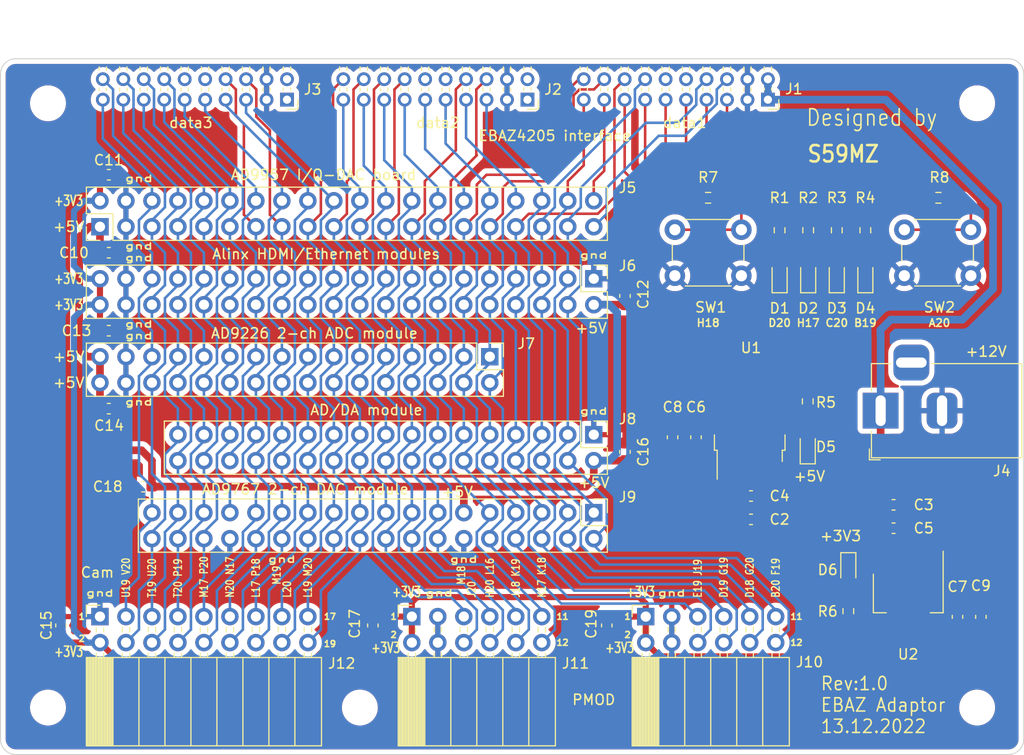
<source format=kicad_pcb>
(kicad_pcb (version 20211014) (generator pcbnew)
  (layers (0 "F.Cu" signal) (31 "B.Cu" signal) (34 "B.Paste" user) (35 "F.Paste" user) (36 "B.SilkS" user "B.Silkscreen") (37 "F.SilkS" user "F.Silkscreen") (38 "B.Mask" user) (39 "F.Mask" user) (44 "Edge.Cuts" user))
  (net 0 "")
  (net 1 "+12V")
  (net 2 "GND")
  (net 3 "+5V")
  (net 4 "+3.3V")
  (net 5 "Net-(D1-Pad2)")
  (net 6 "Net-(D2-Pad2)")
  (net 7 "/a20")
  (net 8 "/h16")
  (net 9 "/b19")
  (net 10 "/b20")
  (net 11 "/c20")
  (net 13 "/h17")
  (net 15 "/d20")
  (net 16 "/d18")
  (net 17 "/h18")
  (net 18 "/d19")
  (net 19 "/f20")
  (net 20 "/e19")
  (net 21 "/f19")
  (net 22 "/k17")
  (net 25 "/g20")
  (net 26 "/j18")
  (net 27 "/g19")
  (net 28 "/h20")
  (net 29 "/j19")
  (net 31 "/k18")
  (net 33 "/k19")
  (net 34 "/j20")
  (net 35 "/l16")
  (net 36 "/l19")
  (net 37 "/m18")
  (net 38 "/l20")
  (net 39 "/m20")
  (net 40 "/l17")
  (net 43 "/m19")
  (net 44 "/n20")
  (net 45 "/p18")
  (net 46 "/m17")
  (net 47 "/n17")
  (net 49 "/p20")
  (net 51 "/r18")
  (net 52 "/r19")
  (net 53 "/p19")
  (net 54 "/t20")
  (net 55 "/u20")
  (net 56 "/t19")
  (net 57 "/v20")
  (net 58 "/u19")
  (net 59 "Net-(D3-Pad2)")
  (net 60 "Net-(R7-Pad2)")
  (net 62 "Net-(D4-Pad2)")
  (net 63 "Net-(D5-Pad2)")
  (net 64 "Net-(D6-Pad2)")
  (net 65 "Net-(R8-Pad2)")
  (footprint "Capacitor_SMD:C_0603_1608Metric_Pad1.08x0.95mm_HandSolder" (layer "F.Cu") (at 46.5825 53.34)
    (fp_text reference "C11")
    (fp_text value "10u")
  )
  (footprint "Capacitor_SMD:C_0603_1608Metric_Pad1.08x0.95mm_HandSolder" (layer "F.Cu") (at 46.5825 60.96)
    (fp_text reference "C10")
    (fp_text value "10u")
  )
  (footprint "Capacitor_SMD:C_0603_1608Metric_Pad1.08x0.95mm_HandSolder" (layer "F.Cu") (at 103.968 78.9925 -90)
    (fp_text reference "C6")
    (fp_text value "10u")
  )
  (footprint "Capacitor_SMD:C_0603_1608Metric_Pad1.08x0.95mm_HandSolder" (layer "F.Cu") (at 95.25 97.3825 -90)
    (fp_text reference "C19")
    (fp_text value "100n")
  )
  (footprint "LED_SMD:LED_0603_1608Metric_Pad1.05x0.95mm_HandSolder" (layer "F.Cu") (at 114.89 79.9315 90)
    (fp_text reference "D5")
    (fp_text value "red")
  )
  (footprint "Capacitor_SMD:C_0603_1608Metric_Pad1.08x0.95mm_HandSolder" (layer "F.Cu") (at 123.2765 85.598)
    (fp_text reference "C3")
    (fp_text value "10u")
  )
  (footprint "Capacitor_SMD:C_0603_1608Metric_Pad1.08x0.95mm_HandSolder" (layer "F.Cu") (at 123.2765 87.884)
    (fp_text reference "C5")
    (fp_text value "100n")
  )
  (footprint "Connector_PinHeader_2.54mm:PinHeader_2x20_P2.54mm_Vertical" (layer "F.Cu") (at 93.98 63.5 -90)
    (fp_text reference "J6")
    (fp_text value "Alinx HDMI/ETH module")
  )
  (footprint "Resistor_SMD:R_0603_1608Metric_Pad0.98x0.95mm_HandSolder" (layer "F.Cu") (at 120.523 58.765 -90)
    (fp_text reference "R4")
    (fp_text value "470E")
  )
  (footprint "Connector_BarrelJack:BarrelJack_Horizontal" (layer "F.Cu") (at 122.016 76.3955 180)
    (fp_text reference "J4")
    (fp_text value "+12V pwr")
  )
  (footprint "connectors:PinSocket_2x10_P2.00mm_Horizontal" (layer "F.Cu") (at 64 46 -90)
    (fp_text reference "J3")
    (fp_text value "data-3")
  )
  (footprint "Capacitor_SMD:C_0603_1608Metric_Pad1.08x0.95mm_HandSolder" (layer "F.Cu") (at 46.5825 68.58)
    (fp_text reference "C13")
    (fp_text value "100n")
  )
  (footprint "Resistor_SMD:R_0603_1608Metric_Pad0.98x0.95mm_HandSolder" (layer "F.Cu") (at 114.935 58.765 -90)
    (fp_text reference "R2")
    (fp_text value "470E")
  )
  (footprint "Capacitor_SMD:C_0603_1608Metric_Pad1.08x0.95mm_HandSolder" (layer "F.Cu") (at 49.9375 83.82 180)
    (fp_text reference "C18")
    (fp_text value "100n")
  )
  (footprint "Button_Switch_THT:SW_PUSH_6mm" (layer "F.Cu") (at 124.333 58.71)
    (fp_text reference "SW2")
    (fp_text value "SW_Push")
  )
  (footprint "Connector_PinSocket_2.54mm:PinSocket_2x06_P2.54mm_Horizontal" (layer "F.Cu") (at 99.06 96.52 90)
    (fp_text reference "J10")
    (fp_text value "pmod 1")
  )
  (footprint "Connector_PinHeader_2.54mm:PinHeader_2x16_P2.54mm_Vertical" (layer "F.Cu") (at 83.82 71.12 -90)
    (fp_text reference "J7")
    (fp_text value "ADC module 2-ch")
  )
  (footprint "LED_SMD:LED_0603_1608Metric_Pad1.05x0.95mm_HandSolder" (layer "F.Cu") (at 114.935 63.21 90)
    (fp_text reference "D2")
    (fp_text value "red")
  )
  (footprint "Capacitor_SMD:C_0603_1608Metric_Pad1.08x0.95mm_HandSolder" (layer "F.Cu") (at 101.682 78.9925 -90)
    (fp_text reference "C8")
    (fp_text value "100n")
  )
  (footprint "Resistor_SMD:R_0603_1608Metric_Pad0.98x0.95mm_HandSolder" (layer "F.Cu") (at 105.156 55.59)
    (fp_text reference "R7")
    (fp_text value "1k")
  )
  (footprint "Resistor_SMD:R_0603_1608Metric_Pad0.98x0.95mm_HandSolder" (layer "F.Cu") (at 114.89 75.4865 -90)
    (fp_text reference "R5")
    (fp_text value "1k")
  )
  (footprint "Resistor_SMD:R_0603_1608Metric_Pad0.98x0.95mm_HandSolder" (layer "F.Cu") (at 127.658 55.59)
    (fp_text reference "R8")
    (fp_text value "1k")
  )
  (footprint "Connector_PinHeader_2.54mm:PinHeader_2x20_P2.54mm_Vertical" (layer "F.Cu") (at 45.72 58.42 90)
    (fp_text reference "J5")
    (fp_text value "Z-Turn Extension")
  )
  (footprint "Button_Switch_THT:SW_PUSH_6mm" (layer "F.Cu") (at 101.906 58.71)
    (fp_text reference "SW1")
    (fp_text value "SW_Push")
  )
  (footprint "Capacitor_SMD:C_0603_1608Metric_Pad1.08x0.95mm_HandSolder" (layer "F.Cu") (at 41.91 97.3825 90)
    (fp_text reference "C15")
    (fp_text value "100n")
  )
  (footprint "Connector_PinHeader_2.54mm:PinHeader_2x17_P2.54mm_Vertical" (layer "F.Cu") (at 93.98 78.74 -90)
    (fp_text reference "J8")
    (fp_text value "AD DA module")
  )
  (footprint "Capacitor_SMD:C_0603_1608Metric_Pad1.08x0.95mm_HandSolder" (layer "F.Cu") (at 131.812 96.5465 90)
    (fp_text reference "C9")
    (fp_text value "100n")
  )
  (footprint "Connector_PinSocket_2.54mm:PinSocket_2x09_P2.54mm_Horizontal" (layer "F.Cu") (at 45.72 96.52 90)
    (fp_text reference "J12")
    (fp_text value "camera")
  )
  (footprint "Resistor_SMD:R_0603_1608Metric_Pad0.98x0.95mm_HandSolder" (layer "F.Cu") (at 117.729 58.765 -90)
    (fp_text reference "R3")
    (fp_text value "470E")
  )
  (footprint "Capacitor_SMD:C_0603_1608Metric_Pad1.08x0.95mm_HandSolder" (layer "F.Cu") (at 109.346 87.019 180)
    (fp_text reference "C2")
    (fp_text value "10u")
  )
  (footprint "Connector_PinSocket_2.54mm:PinSocket_2x06_P2.54mm_Horizontal" (layer "F.Cu") (at 76.2 96.52 90)
    (fp_text reference "J11")
    (fp_text value "pmod 2")
  )
  (footprint "Resistor_SMD:R_0603_1608Metric_Pad0.98x0.95mm_HandSolder" (layer "F.Cu") (at 112.141 58.765 -90)
    (fp_text reference "R1")
    (fp_text value "470E")
  )
  (footprint "LED_SMD:LED_0603_1608Metric_Pad1.05x0.95mm_HandSolder" (layer "F.Cu") (at 118.858 91.934 -90)
    (fp_text reference "D6")
    (fp_text value "green")
  )
  (footprint "Capacitor_SMD:C_0603_1608Metric_Pad1.08x0.95mm_HandSolder" (layer "F.Cu") (at 97.028 80.4175 90)
    (fp_text reference "C16")
    (fp_text value "100n")
  )
  (footprint "Capacitor_SMD:C_0603_1608Metric_Pad1.08x0.95mm_HandSolder" (layer "F.Cu") (at 72.39 97.3825 -90)
    (fp_text reference "C17")
    (fp_text value "100n")
  )
  (footprint "LED_SMD:LED_0603_1608Metric_Pad1.05x0.95mm_HandSolder" (layer "F.Cu") (at 112.141 63.21 90)
    (fp_text reference "D1")
    (fp_text value "red")
  )
  (footprint "Capacitor_SMD:C_0603_1608Metric_Pad1.08x0.95mm_HandSolder" (layer "F.Cu") (at 129.526 96.5465 90)
    (fp_text reference "C7")
    (fp_text value "10u")
  )
  (footprint "MountingHole:MountingHole_2.5mm" (layer "F.Cu") (at 131.445 105.41)
    (fp_text reference "H3" hide)
    (fp_text value "2.5")
  )
  (footprint "MountingHole:MountingHole_2.5mm" (layer "F.Cu") (at 40.64 105.41)
    (fp_text reference "H1" hide)
    (fp_text value "2.5")
  )
  (footprint "MountingHole:MountingHole_2.5mm" (layer "F.Cu") (at 131.445 46.355)
    (fp_text reference "H5" hide)
    (fp_text value "2.5")
  )
  (footprint "LED_SMD:LED_0603_1608Metric_Pad1.05x0.95mm_HandSolder" (layer "F.Cu") (at 117.729 63.21 90)
    (fp_text reference "D3")
    (fp_text value "red")
  )
  (footprint "Package_TO_SOT_SMD:SOT-223-3_TabPin2" (layer "F.Cu") (at 124.714 94.234 -90)
    (fp_text reference "U2")
    (fp_text value "AMS1117-3.3")
  )
  (footprint "LED_SMD:LED_0603_1608Metric_Pad1.05x0.95mm_HandSolder" (layer "F.Cu") (at 120.523 63.21 90)
    (fp_text reference "D4")
    (fp_text value "red")
  )
  (footprint "connectors:PinSocket_2x10_P2.00mm_Horizontal" (layer "F.Cu") (at 111 46 -90)
    (fp_text reference "J1")
    (fp_text value "data-1")
  )
  (footprint "connectors:PinSocket_2x10_P2.00mm_Horizontal" (layer "F.Cu") (at 87.5 46 -90)
    (fp_text reference "J2")
    (fp_text value "data-2")
  )
  (footprint "Capacitor_SMD:C_0603_1608Metric_Pad1.08x0.95mm_HandSolder" (layer "F.Cu") (at 97.028 65.1775 90)
    (fp_text reference "C12")
    (fp_text value "100n")
  )
  (footprint "MountingHole:MountingHole_2.5mm" (layer "F.Cu") (at 40.64 46.355)
    (fp_text reference "H4" hide)
    (fp_text value "2.5")
  )
  (footprint "Capacitor_SMD:C_0603_1608Metric_Pad1.08x0.95mm_HandSolder" (layer "F.Cu") (at 109.346 84.733 180)
    (fp_text reference "C4")
    (fp_text value "100n")
  )
  (footprint "Connector_PinHeader_2.54mm:PinHeader_2x18_P2.54mm_Vertical" (layer "F.Cu") (at 93.98 86.36 -90)
    (fp_text reference "J9")
    (fp_text value "DAC module 2-ch")
  )
  (footprint "Resistor_SMD:R_0603_1608Metric_Pad0.98x0.95mm_HandSolder" (layer "F.Cu") (at 118.858 95.9885 90)
    (fp_text reference "R6")
    (fp_text value "470E")
  )
  (footprint "Package_TO_SOT_SMD:TO-252-2" (layer "F.Cu") (at 109.22 77.792 90)
    (fp_text reference "U1")
    (fp_text value "AMS1117-5.0")
  )
  (footprint "MountingHole:MountingHole_2.5mm" (layer "F.Cu") (at 71.12 105.41)
    (fp_text reference "H2" hide)
    (fp_text value "2.5")
  )
  (footprint "Capacitor_SMD:C_0603_1608Metric_Pad1.08x0.95mm_HandSolder" (layer "F.Cu") (at 46.5825 76.2)
    (fp_text reference "C14")
    (fp_text value "100n")
  )
  (gr_line (start 134.5 110) (end 37.5 110) (layer "Edge.Cuts") (width 0.1))
  (gr_arc (start 136 108.5) (mid 135.56066 109.56066) (end 134.5 110) (layer "Edge.Cuts") (width 0.1))
  (gr_line (start 37.5 42) (end 134.5 42) (layer "Edge.Cuts") (width 0.1))
  (gr_line (start 136 43.5) (end 136 108.5) (layer "Edge.Cuts") (width 0.1))
  (gr_arc (start 37.5 110) (mid 36.43934 109.56066) (end 36 108.5) (layer "Edge.Cuts") (width 0.1))
  (gr_arc (start 36 43.5) (mid 36.43934 42.43934) (end 37.5 42) (layer "Edge.Cuts") (width 0.1))
  (gr_arc (start 134.5 42) (mid 135.56066 42.43934) (end 136 43.5) (layer "Edge.Cuts") (width 0.1))
  (gr_line (start 36 108.5) (end 36 43.5) (layer "Edge.Cuts") (width 0.1))
  (gr_text "data2" (at 78.74 48.26) (layer "F.SilkS") (effects (font (size 1 1))))
  (gr_text "+3V3" (at 98.552 94.107) (layer "F.SilkS") (effects (font (size 1 0.7))))
  (gr_text "T19 U20" (at 50.8 94.742 90) (layer "F.SilkS") (effects (font (size 0.75 0.6) (thickness 0.125)) (justify left)))
  (gr_text "EBAZ4205 interface" (at 90.17 49.53) (layer "F.SilkS") (effects (font (size 1 1))))
  (gr_text "Cam" (at 45.466 92.202) (layer "F.SilkS") (effects (font (size 1 1))))
  (gr_text "Alinx HDMI/Ethernet modules" (at 67.818 61.087) (layer "F.SilkS") (effects (font (size 1 1))))
  (gr_text "M18" (at 81.026 93.472 90) (layer "F.SilkS") (effects (font (size 0.75 0.6) (thickness 0.125)) (justify left)))
  (gr_text "D18 G20" (at 109.22 94.742 90) (layer "F.SilkS") (effects (font (size 0.75 0.6) (thickness 0.125)) (justify left)))
  (gr_text "+3V3" (at 42.672 63.5) (layer "F.SilkS") (effects (font (size 1 0.7))))
  (gr_text "D20" (at 112.141 67.818) (layer "F.SilkS") (effects (font (size 0.75 0.75))))
  (gr_text "+5V" (at 115.062 82.804) (layer "F.SilkS") (effects (font (size 1 1))))
  (gr_text "gnd" (at 93.98 76.454) (layer "F.SilkS") (effects (font (size 0.6 1))))
  (gr_text "+3V3" (at 42.672 99.949) (layer "F.SilkS") (effects (font (size 1 0.7))))
  (gr_text "C20" (at 117.729 67.818) (layer "F.SilkS") (effects (font (size 0.75 0.75))))
  (gr_text "Designed by" (at 121.158 47.752) (layer "F.SilkS") (effects (font (size 1.6 1.4))))
  (gr_text "N20 N17" (at 58.42 94.742 90) (layer "F.SilkS") (effects (font (size 0.75 0.6) (thickness 0.125)) (justify left)))
  (gr_text "B20 F19" (at 111.76 94.742 90) (layer "F.SilkS") (effects (font (size 0.75 0.6) (thickness 0.125)) (justify left)))
  (gr_text "+5V" (at 93.726 68.326) (layer "F.SilkS") (effects (font (size 1 1))))
  (gr_text "E19 J19" (at 104.14 94.742 90) (layer "F.SilkS") (effects (font (size 0.75 0.6) (thickness 0.125)) (justify left)))
  (gr_text "J20" (at 82.042 94.742 90) (layer "F.SilkS") (effects (font (size 0.75 0.6) (thickness 0.125)) (justify left)))
  (gr_text "+3V3" (at 75.692 94.107) (layer "F.SilkS") (effects (font (size 1 0.7))))
  (gr_text "gnd" (at 45.72 94.234) (layer "F.SilkS") (effects (font (size 0.6 1))))
  (gr_text "gnd" (at 49.53 75.565) (layer "F.SilkS") (effects (font (size 0.6 1))))
  (gr_text "gnd" (at 81.28 90.932) (layer "F.SilkS") (effects (font (size 0.6 1))))
  (gr_text "D19 G19" (at 106.68 94.742 90) (layer "F.SilkS") (effects (font (size 0.75 0.6) (thickness 0.125)) (justify left)))
  (gr_text "gnd" (at 49.53 53.721) (layer "F.SilkS") (effects (font (size 0.6 1))))
  (gr_text "+3V3" (at 42.672 55.88) (layer "F.SilkS") (effects (font (size 1 0.7))))
  (gr_text "gnd" (at 93.98 61.214) (layer "F.SilkS") (effects (font (size 0.6 1))))
  (gr_text "11" (at 90.932 96.52) (layer "F.SilkS") (effects (font (size 0.6 0.6))))
  (gr_text "gnd" (at 78.867 94.234) (layer "F.SilkS") (effects (font (size 0.6 1))))
  (gr_text "H17" (at 114.935 67.818) (layer "F.SilkS") (effects (font (size 0.75 0.75))))
  (gr_text "AD9957 I/Q-DAC board" (at 67.564 53.34) (layer "F.SilkS") (effects (font (size 1 1))))
  (gr_text "+5V" (at 80.645 84.328) (layer "F.SilkS") (effects (font (size 1 1))))
  (gr_text "+3V3" (at 118.11 88.646) (layer "F.SilkS") (effects (font (size 1 1))))
  (gr_text "1" (at 97.282 96.52) (layer "F.SilkS") (effects (font (size 0.6 0.6))))
  (gr_text "A20" (at 127.762 67.818) (layer "F.SilkS") (effects (font (size 0.75 0.75))))
  (gr_text "12" (at 90.932 99.06) (layer "F.SilkS") (effects (font (size 0.6 0.6))))
  (gr_text "gnd" (at 49.53 67.945) (layer "F.SilkS") (effects (font (size 0.6 1))))
  (gr_text "2" (at 97.282 98.298) (layer "F.SilkS") (effects (font (size 0.6 0.6))))
  (gr_text "gnd" (at 49.53 69.088) (layer "F.SilkS") (effects (font (size 0.6 1))))
  (gr_text "B19" (at 120.523 67.818) (layer "F.SilkS") (effects (font (size 0.75 0.75))))
  (gr_text "gnd" (at 63.5 90.932) (layer "F.SilkS") (effects (font (size 0.6 1))))
  (gr_text "data1" (at 102.87 48.26) (layer "F.SilkS") (effects (font (size 1 1))))
  (gr_text "+3V3" (at 73.66 99.568) (layer "F.SilkS") (effects (font (size 1 0.7))))
  (gr_text "+3V3" (at 42.672 66.04) (layer "F.SilkS") (effects (font (size 1 0.7))))
  (gr_text "T20 P19" (at 53.34 94.742 90) (layer "F.SilkS") (effects (font (size 0.75 0.6) (thickness 0.125)) (justify left)))
  (gr_text "+3V3" (at 96.52 99.568) (layer "F.SilkS") (effects (font (size 1 0.7))))
  (gr_text "Rev:1.0\nEBAZ Adaptor\n13.12.2022" (at 116.078 105.156) (layer "F.SilkS") (effects (font (size 1.3 1.2)) (justify left)))
  (gr_text "+12V" (at 132.334 70.612) (layer "F.SilkS") (effects (font (size 1 1))))
  (gr_text "+5V" (at 42.672 71.12) (layer "F.SilkS") (effects (font (size 1 1))))
  (gr_text "AD9226 2-ch ADC module" (at 66.675 68.834) (layer "F.SilkS") (effects (font (size 1 1))))
  (gr_text "AD9767 2-ch DAC module" (at 65.786 84.074) (layer "F.SilkS") (effects (font (size 1 1))))
  (gr_text "H20 L16" (at 83.82 94.742 90) (layer "F.SilkS") (effects (font (size 0.75 0.6) (thickness 0.125)) (justify left)))
  (gr_text "11" (at 113.792 96.52) (layer "F.SilkS") (effects (font (size 0.6 0.6))))
  (gr_text "M19" (at 62.992 93.472 90) (layer "F.SilkS") (effects (font (size 0.75 0.6) (thickness 0.125)) (justify left)))
  (gr_text "M17 P20" (at 55.88 94.742 90) (layer "F.SilkS") (effects (font (size 0.75 0.6) (thickness 0.125)) (justify left)))
  (gr_text "gnd" (at 49.53 61.468) (layer "F.SilkS") (effects (font (size 0.6 1))))
  (gr_text "gnd" (at 101.6 94.234) (layer "F.SilkS") (effects (font (size 0.6 1))))
  (gr_text "1" (at 43.942 96.52) (layer "F.SilkS") (effects (font (size 0.6 0.6))))
  (gr_text "L19 M20" (at 66.04 94.742 90) (layer "F.SilkS") (effects (font (size 0.75 0.6) (thickness 0.125)) (justify left)))
  (gr_text "2" (at 43.942 98.679) (layer "F.SilkS") (effects (font (size 0.6 0.6))))
  (gr_text "12" (at 113.792 99.06) (layer "F.SilkS") (effects (font (size 0.6 0.6))))
  (gr_text "gnd" (at 49.53 60.325) (layer "F.SilkS") (effects (font (size 0.6 1))))
  (gr_text "AD/DA module" (at 71.755 76.327) (layer "F.SilkS") (effects (font (size 1 1))))
  (gr_text "L20" (at 64.008 94.742 90) (layer "F.SilkS") (effects (font (size 0.75 0.6) (thickness 0.125)) (justify left)))
  (gr_text "PMOD" (at 93.98 104.648) (layer "F.SilkS") (effects (font (size 1 1))))
  (gr_text "U19 V20" (at 48.26 94.742 90) (layer "F.SilkS") (effects (font (size 0.75 0.6) (thickness 0.125)) (justify left)))
  (gr_text "1" (at 74.422 96.52) (layer "F.SilkS") (effects (font (size 0.6 0.6))))
  (gr_text "+5V" (at 42.672 73.66) (layer "F.SilkS") (effects (font (size 1 1))))
  (gr_text "19" (at 68.199 99.187) (layer "F.SilkS") (effects (font (size 0.6 0.6))))
  (gr_text "K17 K18" (at 88.9 94.742 90) (layer "F.SilkS") (effects (font (size 0.75 0.6) (thickness 0.125)) (justify left)))
  (gr_text "+5V" (at 93.98 83.439) (layer "F.SilkS") (effects (font (size 1 1))))
  (gr_text "H18" (at 105.156 67.818) (layer "F.SilkS") (effects (font (size 0.75 0.75))))
  (gr_text "L17 P18" (at 60.96 94.742 90) (layer "F.SilkS") (effects (font (size 0.75 0.6) (thickness 0.125)) (justify left)))
  (gr_text "+5V" (at 42.672 58.42) (layer "F.SilkS") (effects (font (size 1 1))))
  (gr_text "data3" (at 54.61 48.26) (layer "F.SilkS") (effects (font (size 1 1))))
  (gr_text "S59MZ" (at 118.364 51.308) (layer "F.SilkS") (effects (font (size 1.6 1.4) (thickness 0.25))))
  (gr_text "17" (at 68.199 96.52) (layer "F.SilkS") (effects (font (size 0.6 0.6))))
  (gr_text "J18 K19" (at 86.36 94.742 90) (layer "F.SilkS") (effects (font (size 0.75 0.6) (thickness 0.125)) (justify left)))
  (gr_text "2" (at 74.422 98.298) (layer "F.SilkS") (effects (font (size 0.6 0.6))))
  (segment (start 111.5 84) (end 111.5 81.992) (width 0.75) (layer "F.Cu") (net 1))
  (segment (start 122.414 85.598) (end 122.414 87.884) (width 0.75) (layer "F.Cu") (net 1))
  (segment (start 122.414 87.884) (end 122.414 91.084) (width 0.75) (layer "F.Cu") (net 1))
  (segment (start 122.016 82.984) (end 122.016 76.3955) (width 0.75) (layer "F.Cu") (net 1))
  (segment (start 117.981 87.019) (end 119.402 85.598) (width 0.75) (layer "F.Cu") (net 1))
  (segment (start 110.767 84.733) (end 111.5 84) (width 0.75) (layer "F.Cu") (net 1))
  (segment (start 110.2085 84.733) (end 110.767 84.733) (width 0.75) (layer "F.Cu") (net 1))
  (segment (start 119.402 85.598) (end 122.414 85.598) (width 0.75) (layer "F.Cu") (net 1))
  (segment (start 110.2085 87.019) (end 117.981 87.019) (width 0.75) (layer "F.Cu") (net 1))
  (segment (start 110.2085 87.019) (end 110.2085 84.733) (width 0.75) (layer "F.Cu") (net 1))
  (segment (start 119.402 85.598) (end 122.016 82.984) (width 0.75) (layer "F.Cu") (net 1))
  (segment (start 122 68.5) (end 123 67.5) (width 0.75) (layer "B.Cu") (net 1))
  (segment (start 111 46) (end 111 44) (width 0.75) (layer "B.Cu") (net 1))
  (segment (start 122.016 69.016) (end 122 69) (width 0.75) (layer "B.Cu") (net 1))
  (segment (start 123 67.5) (end 130 67.5) (width 0.75) (layer "B.Cu") (net 1))
  (segment (start 130 67.5) (end 133 64.5) (width 0.75) (layer "B.Cu") (net 1))
  (segment (start 122.5 46) (end 111 46) (width 0.75) (layer "B.Cu") (net 1))
  (segment (start 122.016 76.3955) (end 122.016 69.016) (width 0.75) (layer "B.Cu") (net 1))
  (segment (start 122 69) (end 122 68.5) (width 0.75) (layer "B.Cu") (net 1))
  (segment (start 133 56.5) (end 122.5 46) (width 0.75) (layer "B.Cu") (net 1))
  (segment (start 133 64.5) (end 133 56.5) (width 0.75) (layer "B.Cu") (net 1))
  (segment (start 50.8 83.82) (end 50.8 81.28) (width 0.75) (layer "F.Cu") (net 3))
  (segment (start 99 79) (end 99.87 78.13) (width 0.75) (layer "F.Cu") (net 3))
  (segment (start 93.98 66.04) (end 97.028 66.04) (width 0.75) (layer "F.Cu") (net 3))
  (segment (start 45.72 71.12) (end 45.72 73.66) (width 0.75) (layer "F.Cu") (net 3))
  (segment (start 45.72 73.66) (end 45.72 76.2) (width 0.75) (layer "F.Cu") (net 3))
  (segment (start 44.45 71.12) (end 45.72 71.12) (width 0.75) (layer "F.Cu") (net 3))
  (segment (start 103.968 78.13) (end 106.782 78.13) (width 0.75) (layer "F.Cu") (net 3))
  (segment (start 93.98 83.058) (end 93.98 81.28) (width 0.75) (layer "F.Cu") (net 3))
  (segment (start 99.87 78.13) (end 101.682 78.13) (width 0.75) (layer "F.Cu") (net 3))
  (segment (start 93.218 83.82) (end 93.98 83.058) (width 0.75) (layer "F.Cu") (net 3))
  (segment (start 43.688 59.436) (end 43.688 70.358) (width 0.75) (layer "F.Cu") (net 3))
  (segment (start 97.028 81.28) (end 98.22 81.28) (width 0.75) (layer "F.Cu") (net 3))
  (segment (start 114.89 74.574) (end 110.338 74.574) (width 0.75) (layer "F.Cu") (net 3))
  (segment (start 98.22 81.28) (end 99 80.5) (width 0.75) (layer "F.Cu") (net 3))
  (segment (start 93.98 81.28) (end 97.028 81.28) (width 0.75) (layer "F.Cu") (net 3))
  (segment (start 44.704 58.42) (end 43.688 59.436) (width 0.75) (layer "F.Cu") (net 3))
  (segment (start 45.72 58.42) (end 44.704 58.42) (width 0.75) (layer "F.Cu") (net 3))
  (segment (start 45.72 58.42) (end 45.72 60.96) (width 0.75) (layer "F.Cu") (net 3))
  (segment (start 106.782 78.13) (end 109.22 75.692) (width 0.75) (layer "F.Cu") (net 3))
  (segment (start 50.8 81.28) (end 49.784 80.264) (width 0.75) (layer "F.Cu") (net 3))
  (segment (start 49.784 80.264) (end 46.736 80.264) (width 0.75) (layer "F.Cu") (net 3))
  (segment (start 43.688 70.358) (end 44.45 71.12) (width 0.75) (layer "F.Cu") (net 3))
  (segment (start 50.8 83.82) (end 81.28 83.82) (width 0.75) (layer "F.Cu") (net 3))
  (segment (start 81.28 83.82) (end 93.218 83.82) (width 0.75) (layer "F.Cu") (net 3))
  (segment (start 101.682 78.13) (end 103.968 78.13) (width 0.75) (layer "F.Cu") (net 3))
  (segment (start 45.72 79.248) (end 45.72 76.2) (width 0.75) (layer "F.Cu") (net 3))
  (segment (start 81.28 86.36) (end 81.28 83.82) (width 0.75) (layer "F.Cu") (net 3))
  (segment (start 110.338 74.574) (end 109.22 75.692) (width 0.75) (layer "F.Cu") (net 3))
  (segment (start 99 80.5) (end 99 79) (width 0.75) (layer "F.Cu") (net 3))
  (segment (start 46.736 80.264) (end 45.72 79.248) (width 0.75) (layer "F.Cu") (net 3))
  (segment (start 95.504 66.04) (end 93.98 66.04) (width 0.75) (layer "B.Cu") (net 3))
  (segment (start 93.98 81.28) (end 95.504 81.28) (width 0.75) (layer "B.Cu") (net 3))
  (segment (start 96.266 80.518) (end 96.266 66.802) (width 0.75) (layer "B.Cu") (net 3))
  (segment (start 96.266 66.802) (end 95.504 66.04) (width 0.75) (layer "B.Cu") (net 3))
  (segment (start 95.504 81.28) (end 96.266 80.518) (width 0.75) (layer "B.Cu") (net 3))
  (segment (start 124.714 97.384) (end 119.341 97.384) (width 0.6) (layer "F.Cu") (net 4))
  (segment (start 99.06 96.52) (end 99.06 95.25) (width 0.6) (layer "F.Cu") (net 4))
  (segment locked (start 76.2 96.52) (end 72.39 96.52) (width 0.6) (layer "F.Cu") (net 4))
  (segment (start 99.06 95.25) (end 98.425 94.615) (width 0.6) (layer "F.Cu") (net 4))
  (segment (start 45.72 63.5) (end 45.72 66.04) (width 0.6) (layer "F.Cu") (net 4))
  (segment (start 98.425 94.615) (end 76.708 94.615) (width 0.6) (layer "F.Cu") (net 4))
  (segment (start 124.714 91.084) (end 124.714 97.384) (width 0.6) (layer "F.Cu") (net 4))
  (segment (start 45.72 66.04) (end 45.72 68.58) (width 0.6) (layer "F.Cu") (net 4))
  (segment (start 124.714 99.474) (end 123.778 100.41) (width 0.6) (layer "F.Cu") (net 4))
  (segment (start 42.725 99.06) (end 41.91 98.245) (width 0.6) (layer "F.Cu") (net 4))
  (segment (start 100.41 100.41) (end 123.778 100.41) (width 0.6) (layer "F.Cu") (net 4))
  (segment (start 119.341 97.384) (end 118.858 96.901) (width 0.6) (layer "F.Cu") (net 4))
  (segment (start 45.72 53.34) (end 45.72 55.88) (width 0.6) (layer "F.Cu") (net 4))
  (segment locked (start 99.06 96.52) (end 95.25 96.52) (width 0.6) (layer "F.Cu") (net 4))
  (segment (start 129.526 97.409) (end 131.812 97.409) (width 0.6) (layer "F.Cu") (net 4))
  (segment (start 124.714 97.384) (end 124.714 99.474) (width 0.6) (layer "F.Cu") (net 4))
  (segment locked (start 99.06 99.06) (end 99.06 96.52) (width 0.6) (layer "F.Cu") (net 4))
  (segment (start 76.2 95.123) (end 76.2 96.52) (width 0.6) (layer "F.Cu") (net 4))
  (segment (start 66.548 100.838) (end 47.498 100.838) (width 0.6) (layer "F.Cu") (net 4))
  (segment (start 124.714 97.384) (end 129.501 97.384) (width 0.6) (layer "F.Cu") (net 4))
  (segment (start 129.501 97.384) (end 129.526 97.409) (width 0.6) (layer "F.Cu") (net 4))
  (segment (start 72.39 96.52) (end 70.866 96.52) (width 0.6) (layer "F.Cu") (net 4))
  (segment (start 47.498 100.838) (end 45.72 99.06) (width 0.6) (layer "F.Cu") (net 4))
  (segment (start 70.866 96.52) (end 66.548 100.838) (width 0.6) (layer "F.Cu") (net 4))
  (segment locked (start 76.2 99.06) (end 76.2 96.52) (width 0.6) (layer "F.Cu") (net 4))
  (segment (start 76.708 94.615) (end 76.2 95.123) (width 0.6) (layer "F.Cu") (net 4))
  (segment (start 45.72 99.06) (end 42.725 99.06) (width 0.6) (layer "F.Cu") (net 4))
  (segment (start 99.06 99.06) (end 100.41 100.41) (width 0.6) (layer "F.Cu") (net 4))
  (segment (start 43.18 62.23) (end 43.18 56.896) (width 0.6) (layer "B.Cu") (net 4))
  (segment (start 44.45 66.04) (end 45.72 66.04) (width 0.6) (layer "B.Cu") (net 4))
  (segment (start 43.18 56.896) (end 44.196 55.88) (width 0.6) (layer "B.Cu") (net 4))
  (segment (start 45.72 99.06) (end 44.45 99.06) (width 0.6) (layer "B.Cu") (net 4))
  (segment (start 43.18 97.79) (end 43.18 67.31) (width 0.6) (layer "B.Cu") (net 4))
  (segment (start 45.72 63.5) (end 44.45 63.5) (width 0.6) (layer "B.Cu") (net 4))
  (segment (start 43.18 67.31) (end 44.45 66.04) (width 0.6) (layer "B.Cu") (net 4))
  (segment (start 44.45 63.5) (end 43.18 62.23) (width 0.6) (layer "B.Cu") (net 4))
  (segment (start 44.196 55.88) (end 45.72 55.88) (width 0.6) (layer "B.Cu") (net 4))
  (segment (start 44.45 99.06) (end 43.18 97.79) (width 0.6) (layer "B.Cu") (net 4))
  (segment (start 112.141 59.6775) (end 112.141 62.335) (width 0.25) (layer "F.Cu") (net 5))
  (segment (start 114.935 59.6775) (end 114.935 62.335) (width 0.25) (layer "F.Cu") (net 6))
  (segment (start 107 48.5) (end 107 46) (width 0.25) (layer "F.Cu") (net 7))
  (segment (start 108 49.5) (end 107 48.5) (width 0.25) (layer "F.Cu") (net 7))
  (segment (start 126.7455 55.59) (end 123.09 55.59) (width 0.25) (layer "F.Cu") (net 7))
  (segment (start 117 49.5) (end 108 49.5) (width 0.25) (layer "F.Cu") (net 7))
  (segment (start 123.09 55.59) (end 117 49.5) (width 0.25) (layer "F.Cu") (net 7))
  (segment (start 106 46.414214) (end 106 45) (width 0.25) (layer "B.Cu") (net 8))
  (segment (start 105.402893 46.997107) (end 105.417107 46.997107) (width 0.25) (layer "B.Cu") (net 8))
  (segment (start 93.98 58.42) (end 95.25 57.15) (width 0.25) (layer "B.Cu") (net 8))
  (segment (start 95.25 54.61) (end 100.33 49.53) (width 0.25) (layer "B.Cu") (net 8))
  (segment (start 95.25 57.15) (end 95.25 54.61) (width 0.25) (layer "B.Cu") (net 8))
  (segment (start 106 45) (end 107 44) (width 0.25) (layer "B.Cu") (net 8))
  (segment (start 105.417107 46.997107) (end 106 46.414214) (width 0.25) (layer "B.Cu") (net 8))
  (segment (start 102.87 49.53) (end 105.402893 46.997107) (width 0.25) (layer "B.Cu") (net 8))
  (segment (start 100.33 49.53) (end 102.87 49.53) (width 0.25) (layer "B.Cu") (net 8))
  (segment (start 105 46) (end 105 49.5) (width 0.25) (layer "F.Cu") (net 9))
  (segment (start 120.523 55.523) (end 120.523 57.8525) (width 0.25) (layer "F.Cu") (net 9))
  (segment (start 115.5 50.5) (end 120.523 55.523) (width 0.25) (layer "F.Cu") (net 9))
  (segment (start 105 49.5) (end 106 50.5) (width 0.25) (layer "F.Cu") (net 9))
  (segment (start 106 50.5) (end 115.5 50.5) (width 0.25) (layer "F.Cu") (net 9))
  (segment (start 91.44 80.645) (end 92.71 79.375) (width 0.25) (layer "B.Cu") (net 10))
  (segment (start 111.76 99.06) (end 113.03 97.79) (width 0.25) (layer "B.Cu") (net 10))
  (segment (start 93.98 88.9) (end 93.98 89.535) (width 0.25) (layer "B.Cu") (net 10))
  (segment (start 102.235 48.26) (end 104 46.495) (width 0.25) (layer "B.Cu") (net 10))
  (segment (start 95.25 87.63) (end 95.25 85.09) (width 0.25) (layer "B.Cu") (net 10))
  (segment (start 93.98 88.9) (end 95.25 87.63) (width 0.25) (layer "B.Cu") (net 10))
  (segment (start 92.71 64.135) (end 92.71 60.96) (width 0.25) (layer "B.Cu") (net 10))
  (segment (start 92.71 60.96) (end 91.44 59.69) (width 0.25) (layer "B.Cu") (net 10))
  (segment (start 91.44 66.04) (end 91.44 65.405) (width 0.25) (layer "B.Cu") (net 10))
  (segment (start 91.44 65.405) (end 92.71 64.135) (width 0.25) (layer "B.Cu") (net 10))
  (segment (start 104 45) (end 105 44) (width 0.25) (layer "B.Cu") (net 10))
  (segment (start 93.98 89.535) (end 95.25 90.805) (width 0.25) (layer "B.Cu") (net 10))
  (segment (start 95.25 85.09) (end 91.44 81.28) (width 0.25) (layer "B.Cu") (net 10))
  (segment (start 91.44 81.28) (end 91.44 80.645) (width 0.25) (layer "B.Cu") (net 10))
  (segment (start 95.25 90.805) (end 107.95 90.805) (width 0.25) (layer "B.Cu") (net 10))
  (segment (start 99.06 48.26) (end 102.235 48.26) (width 0.25) (layer "B.Cu") (net 10))
  (segment (start 113.03 97.79) (end 113.03 95.885) (width 0.25) (layer "B.Cu") (net 10))
  (segment (start 91.44 57.785) (end 92.71 56.515) (width 0.25) (layer "B.Cu") (net 10))
  (segment (start 91.44 67.31) (end 91.44 66.04) (width 0.25) (layer "B.Cu") (net 10))
  (segment (start 92.71 79.375) (end 92.71 68.58) (width 0.25) (layer "B.Cu") (net 10))
  (segment (start 104 46.495) (end 104 45) (width 0.25) (layer "B.Cu") (net 10))
  (segment (start 91.44 58.42) (end 91.44 57.785) (width 0.25) (layer "B.Cu") (net 10))
  (segment (start 92.71 68.58) (end 91.44 67.31) (width 0.25) (layer "B.Cu") (net 10))
  (segment (start 92.71 56.515) (end 92.71 54.61) (width 0.25) (layer "B.Cu") (net 10))
  (segment (start 113.03 95.885) (end 107.95 90.805) (width 0.25) (layer "B.Cu") (net 10))
  (segment (start 91.44 59.69) (end 91.44 58.42) (width 0.25) (layer "B.Cu") (net 10))
  (segment (start 92.71 54.61) (end 99.06 48.26) (width 0.25) (layer "B.Cu") (net 10))
  (segment (start 104.078 51.5) (end 114 51.5) (width 0.25) (layer "F.Cu") (net 11))
  (segment (start 114 51.5) (end 117.729 55.229) (width 0.25) (layer "F.Cu") (net 11))
  (segment (start 103 50.422) (end 104.078 51.5) (width 0.25) (layer "F.Cu") (net 11))
  (segment (start 103 46) (end 103 50.422) (width 0.25) (layer "F.Cu") (net 11))
  (segment (start 117.729 55.229) (end 117.729 57.8525) (width 0.25) (layer "F.Cu") (net 11))
  (segment (start 101 51.216) (end 101 46) (width 0.25) (layer "F.Cu") (net 13))
  (segment (start 115 57.7875) (end 115 54.5) (width 0.25) (layer "F.Cu") (net 13))
  (segment (start 102.284 52.5) (end 101 51.216) (width 0.25) (layer "F.Cu") (net 13))
  (segment (start 114.935 57.8525) (end 115 57.7875) (width 0.25) (layer "F.Cu") (net 13))
  (segment (start 113 52.5) (end 102.284 52.5) (width 0.25) (layer "F.Cu") (net 13))
  (segment (start 115 54.5) (end 113 52.5) (width 0.25) (layer "F.Cu") (net 13))
  (segment (start 99 46) (end 99 52) (width 0.25) (layer "F.Cu") (net 15))
  (segment (start 100.5 53.5) (end 111 53.5) (width 0.25) (layer "F.Cu") (net 15))
  (segment (start 111 53.5) (end 112.141 54.641) (width 0.25) (layer "F.Cu") (net 15))
  (segment (start 112.141 54.641) (end 112.141 57.8525) (width 0.25) (layer "F.Cu") (net 15))
  (segment (start 99 52) (end 100.5 53.5) (width 0.25) (layer "F.Cu") (net 15))
  (segment (start 92.71 85.725) (end 92.71 86.995) (width 0.25) (layer "B.Cu") (net 16))
  (segment (start 88.9 66.04) (end 88.9 65.405) (width 0.25) (layer "B.Cu") (net 16))
  (segment (start 93.98 92.075) (end 106.68 92.075) (width 0.25) (layer "B.Cu") (net 16))
  (segment (start 88.9 65.405) (end 90.17 64.135) (width 0.25) (layer "B.Cu") (net 16))
  (segment (start 90.17 64.135) (end 90.17 60.96) (width 0.25) (layer "B.Cu") (net 16))
  (segment (start 88.9 81.28) (end 88.9 80.645) (width 0.25) (layer "B.Cu") (net 16))
  (segment (start 98 46.78) (end 98 45) (width 0.25) (layer "B.Cu") (net 16))
  (segment (start 88.9 81.28) (end 88.9 81.915) (width 0.25) (layer "B.Cu") (net 16))
  (segment (start 90.17 54.61) (end 98 46.78) (width 0.25) (layer "B.Cu") (net 16))
  (segment (start 88.9 80.645) (end 90.17 79.375) (width 0.25) (layer "B.Cu") (net 16))
  (segment (start 88.9 67.31) (end 88.9 66.04) (width 0.25) (layer "B.Cu") (net 16))
  (segment (start 88.9 58.42) (end 88.9 57.785) (width 0.25) (layer "B.Cu") (net 16))
  (segment (start 110.49 95.885) (end 106.68 92.075) (width 0.25) (layer "B.Cu") (net 16))
  (segment (start 91.44 89.535) (end 93.98 92.075) (width 0.25) (layer "B.Cu") (net 16))
  (segment (start 98 45) (end 99 44) (width 0.25) (layer "B.Cu") (net 16))
  (segment (start 88.9 57.785) (end 90.17 56.515) (width 0.25) (layer "B.Cu") (net 16))
  (segment (start 90.17 68.58) (end 88.9 67.31) (width 0.25) (layer "B.Cu") (net 16))
  (segment (start 110.49 97.79) (end 110.49 95.885) (width 0.25) (layer "B.Cu") (net 16))
  (segment (start 92.71 86.995) (end 91.44 88.265) (width 0.25) (layer "B.Cu") (net 16))
  (segment (start 91.44 88.9) (end 91.44 89.535) (width 0.25) (layer "B.Cu") (net 16))
  (segment (start 90.17 56.515) (end 90.17 54.61) (width 0.25) (layer "B.Cu") (net 16))
  (segment (start 109.22 99.06) (end 110.49 97.79) (width 0.25) (layer "B.Cu") (net 16))
  (segment (start 90.17 79.375) (end 90.17 68.58) (width 0.25) (layer "B.Cu") (net 16))
  (segment (start 90.17 60.96) (end 88.9 59.69) (width 0.25) (layer "B.Cu") (net 16))
  (segment (start 88.9 81.915) (end 92.71 85.725) (width 0.25) (layer "B.Cu") (net 16))
  (segment (start 91.44 88.265) (end 91.44 88.9) (width 0.25) (layer "B.Cu") (net 16))
  (segment (start 88.9 59.69) (end 88.9 58.42) (width 0.25) (layer "B.Cu") (net 16))
  (segment (start 97 53.058) (end 97 46) (width 0.25) (layer "F.Cu") (net 17))
  (segment (start 104.2435 55.59) (end 99.532 55.59) (width 0.25) (layer "F.Cu") (net 17))
  (segment (start 99.532 55.59) (end 97 53.058) (width 0.25) (layer "F.Cu") (net 17))
  (segment (start 96 45) (end 96 55.521701) (width 0.25) (layer "F.Cu") (net 18))
  (segment (start 96 55.521701) (end 94.371701 57.15) (width 0.25) (layer "F.Cu") (net 18))
  (segment (start 94.371701 57.15) (end 87.63 57.15) (width 0.25) (layer "F.Cu") (net 18))
  (segment (start 87.63 57.15) (end 86.36 58.42) (width 0.25) (layer "F.Cu") (net 18))
  (segment (start 97 44) (end 96 45) (width 0.25) (layer "F.Cu") (net 18))
  (segment (start 87.63 64.135) (end 86.36 65.405) (width 0.25) (layer "B.Cu") (net 18))
  (segment (start 92.71 93.345) (end 105.41 93.345) (width 0.25) (layer "B.Cu") (net 18))
  (segment (start 87.63 60.96) (end 87.63 64.135) (width 0.25) (layer "B.Cu") (net 18))
  (segment (start 86.36 65.405) (end 86.36 66.04) (width 0.25) (layer "B.Cu") (net 18))
  (segment (start 86.36 80.645) (end 87.63 79.375) (width 0.25) (layer "B.Cu") (net 18))
  (segment (start 87.63 79.375) (end 87.63 68.58) (width 0.25) (layer "B.Cu") (net 18))
  (segment (start 86.36 81.915) (end 86.36 81.28) (width 0.25) (layer "B.Cu") (net 18))
  (segment (start 87.63 68.58) (end 86.36 67.31) (width 0.25) (layer "B.Cu") (net 18))
  (segment (start 88.9 88.9) (end 88.9 89.535) (width 0.25) (layer "B.Cu") (net 18))
  (segment (start 86.36 67.31) (end 86.36 66.04) (width 0.25) (layer "B.Cu") (net 18))
  (segment (start 107.95 95.885) (end 107.95 97.79) (width 0.25) (layer "B.Cu") (net 18))
  (segment (start 88.9 88.265) (end 90.17 86.995) (width 0.25) (layer "B.Cu") (net 18))
  (segment (start 107.95 97.79) (end 106.68 99.06) (width 0.25) (layer "B.Cu") (net 18))
  (segment (start 86.36 81.28) (end 86.36 80.645) (width 0.25) (layer "B.Cu") (net 18))
  (segment (start 90.17 85.725) (end 86.36 81.915) (width 0.25) (layer "B.Cu") (net 18))
  (segment (start 86.36 59.69) (end 87.63 60.96) (width 0.25) (layer "B.Cu") (net 18))
  (segment (start 105.41 93.345) (end 107.95 95.885) (width 0.25) (layer "B.Cu") (net 18))
  (segment (start 90.17 86.995) (end 90.17 85.725) (width 0.25) (layer "B.Cu") (net 18))
  (segment (start 86.36 58.42) (end 86.36 59.69) (width 0.25) (layer "B.Cu") (net 18))
  (segment (start 88.9 88.9) (end 88.9 88.265) (width 0.25) (layer "B.Cu") (net 18))
  (segment (start 88.9 89.535) (end 92.71 93.345) (width 0.25) (layer "B.Cu") (net 18))
  (segment (start 93.98 55.88) (end 93.98 53.975) (width 0.25) (layer "F.Cu") (net 19))
  (segment (start 93.98 53.975) (end 95 52.955) (width 0.25) (layer "F.Cu") (net 19))
  (segment (start 95 52.955) (end 95 46) (width 0.25) (layer "F.Cu") (net 19))
  (segment (start 85.09 57.15) (end 83.82 58.42) (width 0.25) (layer "F.Cu") (net 20))
  (segment (start 92 45.585786) (end 92 48.97) (width 0.25) (layer "F.Cu") (net 20))
  (segment (start 92.585786 45) (end 92 45.585786) (width 0.25) (layer "F.Cu") (net 20))
  (segment (start 85.09 54.61) (end 85.09 57.15) (width 0.25) (layer "F.Cu") (net 20))
  (segment (start 92 48.97) (end 92 51.511396) (width 0.25) (layer "F.Cu") (net 20))
  (segment (start 92 51.511396) (end 89.536396 53.975) (width 0.25) (layer "F.Cu") (net 20))
  (segment (start 85.725 53.975) (end 85.09 54.61) (width 0.25) (layer "F.Cu") (net 20))
  (segment (start 94 45) (end 92.585786 45) (width 0.25) (layer "F.Cu") (net 20))
  (segment (start 89.536396 53.975) (end 85.725 53.975) (width 0.25) (layer "F.Cu") (net 20))
  (segment (start 95 44) (end 94 45) (width 0.25) (layer "F.Cu") (net 20))
  (segment (start 104.14 94.615) (end 105.41 95.885) (width 0.25) (layer "B.Cu") (net 20))
  (segment (start 85.09 68.58) (end 85.09 72.39) (width 0.25) (layer "B.Cu") (net 20))
  (segment (start 105.41 97.79) (end 104.14 99.06) (width 0.25) (layer "B.Cu") (net 20))
  (segment (start 85.09 64.135) (end 83.82 65.405) (width 0.25) (layer "B.Cu") (net 20))
  (segment (start 83.82 65.405) (end 83.82 66.04) (width 0.25) (layer "B.Cu") (net 20))
  (segment (start 83.82 59.69) (end 85.09 60.96) (width 0.25) (layer "B.Cu") (net 20))
  (segment (start 83.82 81.28) (end 83.82 81.915) (width 0.25) (layer "B.Cu") (net 20))
  (segment (start 83.82 81.915) (end 87.63 85.725) (width 0.25) (layer "B.Cu") (net 20))
  (segment (start 86.36 89.535) (end 91.44 94.615) (width 0.25) (layer "B.Cu") (net 20))
  (segment (start 83.82 74.93) (end 83.82 73.66) (width 0.25) (layer "B.Cu") (net 20))
  (segment (start 83.82 80.645) (end 85.09 79.375) (width 0.25) (layer "B.Cu") (net 20))
  (segment (start 87.63 86.995) (end 86.36 88.265) (width 0.25) (layer "B.Cu") (net 20))
  (segment (start 91.44 94.615) (end 104.14 94.615) (width 0.25) (layer "B.Cu") (net 20))
  (segment (start 85.09 72.39) (end 83.82 73.66) (width 0.25) (layer "B.Cu") (net 20))
  (segment (start 83.82 66.04) (end 83.82 67.31) (width 0.25) (layer "B.Cu") (net 20))
  (segment (start 86.36 88.265) (end 86.36 88.9) (width 0.25) (layer "B.Cu") (net 20))
  (segment (start 85.09 79.375) (end 85.09 76.2) (width 0.25) (layer "B.Cu") (net 20))
  (segment (start 83.82 58.42) (end 83.82 59.69) (width 0.25) (layer "B.Cu") (net 20))
  (segment (start 83.82 67.31) (end 85.09 68.58) (width 0.25) (layer "B.Cu") (net 20))
  (segment (start 105.41 95.885) (end 105.41 97.79) (width 0.25) (layer "B.Cu") (net 20))
  (segment (start 87.63 85.725) (end 87.63 86.995) (width 0.25) (layer "B.Cu") (net 20))
  (segment (start 85.09 60.96) (end 85.09 64.135) (width 0.25) (layer "B.Cu") (net 20))
  (segment (start 86.36 88.9) (end 86.36 89.535) (width 0.25) (layer "B.Cu") (net 20))
  (segment (start 85.09 76.2) (end 83.82 74.93) (width 0.25) (layer "B.Cu") (net 20))
  (segment (start 83.82 81.28) (end 83.82 80.645) (width 0.25) (layer "B.Cu") (net 20))
  (segment (start 93 52.415) (end 93 46) (width 0.25) (layer "F.Cu") (net 21))
  (segment (start 91.44 55.88) (end 91.44 53.975) (width 0.25) (layer "F.Cu") (net 21))
  (segment (start 91.44 53.975) (end 93 52.415) (width 0.25) (layer "F.Cu") (net 21))
  (segment (start 111.76 96.52) (end 111.76 95.885) (width 0.25) (layer "B.Cu") (net 21))
  (segment (start 91.44 56.515) (end 90.17 57.785) (width 0.25) (layer "B.Cu") (net 21))
  (segment (start 90.17 65.405) (end 90.17 67.31) (width 0.25) (layer "B.Cu") (net 21))
  (segment (start 94.615 91.44) (end 107.315 91.44) (width 0.25) (layer "B.Cu") (net 21))
  (segment (start 91.44 60.96) (end 91.44 63.5) (width 0.25) (layer "B.Cu") (net 21))
  (segment (start 91.44 64.135) (end 90.17 65.405) (width 0.25) (layer "B.Cu") (net 21))
  (segment (start 91.44 68.58) (end 91.44 78.74) (width 0.25) (layer "B.Cu") (net 21))
  (segment (start 91.44 63.5) (end 91.44 64.135) (width 0.25) (layer "B.Cu") (net 21))
  (segment (start 90.17 57.785) (end 90.17 59.69) (width 0.25) (layer "B.Cu") (net 21))
  (segment (start 91.44 79.375) (end 90.17 80.645) (width 0.25) (layer "B.Cu") (net 21))
  (segment (start 92.71 89.535) (end 94.615 91.44) (width 0.25) (layer "B.Cu") (net 21))
  (segment (start 90.17 67.31) (end 91.44 68.58) (width 0.25) (layer "B.Cu") (net 21))
  (segment (start 90.17 81.915) (end 93.98 85.725) (width 0.25) (layer "B.Cu") (net 21))
  (segment (start 93.98 86.995) (end 92.71 88.265) (width 0.25) (layer "B.Cu") (net 21))
  (segment (start 93.98 86.36) (end 93.98 86.995) (width 0.25) (layer "B.Cu") (net 21))
  (segment (start 92.71 88.265) (end 92.71 89.535) (width 0.25) (layer "B.Cu") (net 21))
  (segment (start 111.76 95.885) (end 107.315 91.44) (width 0.25) (layer "B.Cu") (net 21))
  (segment (start 90.17 59.69) (end 91.44 60.96) (width 0.25) (layer "B.Cu") (net 21))
  (segment (start 91.44 55.88) (end 91.44 56.515) (width 0.25) (layer "B.Cu") (net 21))
  (segment (start 93.98 85.725) (end 93.98 86.36) (width 0.25) (layer "B.Cu") (net 21))
  (segment (start 90.17 80.645) (end 90.17 81.915) (width 0.25) (layer "B.Cu") (net 21))
  (segment (start 91.44 78.74) (end 91.44 79.375) (width 0.25) (layer "B.Cu") (net 21))
  (segment (start 91.44 51.181) (end 91.44 45.085) (width 0.25) (layer "F.Cu") (net 22))
  (segment (start 92.525 44) (end 93 44) (width 0.25) (layer "F.Cu") (net 22))
  (segment (start 82.55 55.245) (end 82.55 54.2925) (width 0.25) (layer "F.Cu") (net 22))
  (segment (start 82.55 54.2925) (end 83.5025 53.34) (width 0.25) (layer "F.Cu") (net 22))
  (segment (start 91.44 45.085) (end 92.525 44) (width 0.25) (layer "F.Cu") (net 22))
  (segment (start 82.55 55.245) (end 82.55 57.15) (width 0.25) (layer "F.Cu") (net 22))
  (segment (start 83.5025 53.34) (end 89.281 53.34) (width 0.25) (layer "F.Cu") (net 22))
  (segment (start 82.55 54.45) (end 82.55 55.245) (width 0.25) (layer "F.Cu") (net 22))
  (segment (start 82.55 57.15) (end 81.28 58.42) (width 0.25) (layer "F.Cu") (net 22))
  (segment (start 89.281 53.34) (end 91.44 51.181) (width 0.25) (layer "F.Cu") (net 22))
  (segment (start 82.55 64.135) (end 81.28 65.405) (width 0.25) (layer "B.Cu") (net 22))
  (segment (start 81.28 81.915) (end 85.09 85.725) (width 0.25) (layer "B.Cu") (net 22))
  (segment (start 82.55 60.96) (end 82.55 64.135) (width 0.25) (layer "B.Cu") (net 22))
  (segment (start 82.55 71.755) (end 82.55 68.58) (width 0.25) (layer "B.Cu") (net 22))
  (segment (start 83.82 88.265) (end 85.09 86.995) (width 0.25) (layer "B.Cu") (net 22))
  (segment (start 90.17 97.79) (end 90.17 95.885) (width 0.25) (layer "B.Cu") (net 22))
  (segment (start 81.28 81.28) (end 81.28 81.915) (width 0.25) (layer "B.Cu") (net 22))
  (segment (start 81.28 65.405) (end 81.28 66.04) (width 0.25) (layer "B.Cu") (net 22))
  (segment (start 82.55 76.2) (end 81.28 74.93) (width 0.25) (layer "B.Cu") (net 22))
  (segment (start 85.09 85.725) (end 85.09 86.995) (width 0.25) (layer "B.Cu") (net 22))
  (segment (start 81.28 73.66) (end 81.28 73.025) (width 0.25) (layer "B.Cu") (net 22))
  (segment (start 82.55 79.375) (end 82.55 76.2) (width 0.25) (layer "B.Cu") (net 22))
  (segment (start 90.17 95.885) (end 83.82 89.535) (width 0.25) (layer "B.Cu") (net 22))
  (segment (start 81.28 59.69) (end 82.55 60.96) (width 0.25) (layer "B.Cu") (net 22))
  (segment (start 83.82 88.9) (end 83.82 88.265) (width 0.25) (layer "B.Cu") (net 22))
  (segment (start 81.28 73.025) (end 82.55 71.755) (width 0.25) (layer "B.Cu") (net 22))
  (segment (start 81.28 67.31) (end 81.28 66.04) (width 0.25) (layer "B.Cu") (net 22))
  (segment (start 81.28 74.93) (end 81.28 73.66) (width 0.25) (layer "B.Cu") (net 22))
  (segment (start 81.28 80.645) (end 82.55 79.375) (width 0.25) (layer "B.Cu") (net 22))
  (segment (start 81.28 58.42) (end 81.28 59.69) (width 0.25) (layer "B.Cu") (net 22))
  (segment (start 88.9 99.06) (end 90.17 97.79) (width 0.25) (layer "B.Cu") (net 22))
  (segment (start 83.82 89.535) (end 83.82 88.9) (width 0.25) (layer "B.Cu") (net 22))
  (segment (start 81.28 81.28) (end 81.28 80.645) (width 0.25) (layer "B.Cu") (net 22))
  (segment (start 82.55 68.58) (end 81.28 67.31) (width 0.25) (layer "B.Cu") (net 22))
  (segment (start 88.9 54.61) (end 83.5 49.21) (width 0.25) (layer "B.Cu") (net 25))
  (segment (start 88.9 55.88) (end 88.9 54.61) (width 0.25) (layer "B.Cu") (net 25))
  (segment (start 83.5 49.21) (end 83.5 46) (width 0.25) (layer "B.Cu") (net 25))
  (segment (start 93.345 92.71) (end 106.045 92.71) (width 0.25) (layer "B.Cu") (net 25))
  (segment (start 87.63 67.31) (end 88.9 68.58) (width 0.25) (layer "B.Cu") (net 25))
  (segment (start 88.9 63.5) (end 88.9 64.135) (width 0.25) (layer "B.Cu") (net 25))
  (segment (start 90.17 88.265) (end 90.17 89.535) (width 0.25) (layer "B.Cu") (net 25))
  (segment (start 88.9 56.515) (end 87.63 57.785) (width 0.25) (layer "B.Cu") (net 25))
  (segment (start 87.63 59.69) (end 88.9 60.96) (width 0.25) (layer "B.Cu") (net 25))
  (segment (start 87.63 57.785) (end 87.63 59.69) (width 0.25) (layer "B.Cu") (net 25))
  (segment (start 91.44 86.36) (end 91.44 85.725) (width 0.25) (layer "B.Cu") (net 25))
  (segment (start 87.63 65.405) (end 87.63 67.31) (width 0.25) (layer "B.Cu") (net 25))
  (segment (start 87.63 81.915) (end 87.63 80.645) (width 0.25) (layer "B.Cu") (net 25))
  (segment (start 88.9 64.135) (end 87.63 65.405) (width 0.25) (layer "B.Cu") (net 25))
  (segment (start 109.22 96.52) (end 109.22 95.885) (width 0.25) (layer "B.Cu") (net 25))
  (segment (start 88.9 68.58) (end 88.9 78.74) (width 0.25) (layer "B.Cu") (net 25))
  (segment (start 90.17 89.535) (end 93.345 92.71) (width 0.25) (layer "B.Cu") (net 25))
  (segment (start 88.9 60.96) (end 88.9 63.5) (width 0.25) (layer "B.Cu") (net 25))
  (segment (start 88.9 55.88) (end 88.9 56.515) (width 0.25) (layer "B.Cu") (net 25))
  (segment (start 91.44 86.36) (end 91.44 86.995) (width 0.25) (layer "B.Cu") (net 25))
  (segment (start 91.44 85.725) (end 87.63 81.915) (width 0.25) (layer "B.Cu") (net 25))
  (segment (start 91.44 86.995) (end 90.17 88.265) (width 0.25) (layer "B.Cu") (net 25))
  (segment (start 88.9 78.74) (end 88.9 79.375) (width 0.25) (layer "B.Cu") (net 25))
  (segment (start 88.9 79.375) (end 87.63 80.645) (width 0.25) (layer "B.Cu") (net 25))
  (segment (start 109.22 95.885) (end 106.045 92.71) (width 0.25) (layer "B.Cu") (net 25))
  (segment (start 82.5 45) (end 83.5 44) (width 0.25) (layer "F.Cu") (net 26))
  (segment (start 78.74 58.42) (end 80.01 57.15) (width 0.25) (layer "F.Cu") (net 26))
  (segment (start 80.01 57.15) (end 80.01 53.975) (width 0.25) (layer "F.Cu") (net 26))
  (segment (start 80.01 53.975) (end 82.55 51.435) (width 0.25) (layer "F.Cu") (net 26))
  (segment (start 82.55 51.435) (end 82.5 51.385) (width 0.25) (layer "F.Cu") (net 26))
  (segment (start 82.5 51.385) (end 82.5 45) (width 0.25) (layer "F.Cu") (net 26))
  (segment (start 80.01 64.135) (end 80.01 60.96) (width 0.25) (layer "B.Cu") (net 26))
  (segment (start 78.74 88.9) (end 78.74 88.265) (width 0.25) (layer "B.Cu") (net 26))
  (segment (start 80.01 71.755) (end 80.01 68.58) (width 0.25) (layer "B.Cu") (net 26))
  (segment (start 78.74 88.9) (end 78.74 90.17) (width 0.25) (layer "B.Cu") (net 26))
  (segment (start 78.74 88.265) (end 80.01 86.995) (width 0.25) (layer "B.Cu") (net 26))
  (segment (start 80.01 86.995) (end 80.01 83.82) (width 0.25) (layer "B.Cu") (net 26))
  (segment (start 87.63 95.885) (end 87.63 97.79) (width 0.25) (layer "B.Cu") (net 26))
  (segment (start 80.01 60.96) (end 78.74 59.69) (width 0.25) (layer "B.Cu") (net 26))
  (segment (start 78.74 82.55) (end 78.74 81.28) (width 0.25) (layer "B.Cu") (net 26))
  (segment (start 80.01 91.44) (end 83.185 91.44) (width 0.25) (layer "B.Cu") (net 26))
  (segment (start 80.01 79.375) (end 80.01 76.2) (width 0.25) (layer "B.Cu") (net 26))
  (segment (start 78.74 67.31) (end 78.74 66.04) (width 0.25) (layer "B.Cu") (net 26))
  (segment (start 80.01 76.2) (end 78.74 74.93) (width 0.25) (layer "B.Cu") (net 26))
  (segment (start 83.185 91.44) (end 87.63 95.885) (width 0.25) (layer "B.Cu") (net 26))
  (segment (start 78.74 59.69) (end 78.74 58.42) (width 0.25) (layer "B.Cu") (net 26))
  (segment (start 78.74 65.405) (end 80.01 64.135) (width 0.25) (layer "B.Cu") (net 26))
  (segment (start 78.74 90.17) (end 80.01 91.44) (width 0.25) (layer "B.Cu") (net 26))
  (segment (start 78.74 66.04) (end 78.74 65.405) (width 0.25) (layer "B.Cu") (net 26))
  (segment (start 87.63 97.79) (end 86.36 99.06) (width 0.25) (layer "B.Cu") (net 26))
  (segment (start 80.01 83.82) (end 78.74 82.55) (width 0.25) (layer "B.Cu") (net 26))
  (segment (start 78.74 73.66) (end 78.74 73.025) (width 0.25) (layer "B.Cu") (net 26))
  (segment (start 80.01 68.58) (end 78.74 67.31) (width 0.25) (layer "B.Cu") (net 26))
  (segment (start 78.74 73.025) (end 80.01 71.755) (width 0.25) (layer "B.Cu") (net 26))
  (segment (start 78.74 80.645) (end 80.01 79.375) (width 0.25) (layer "B.Cu") (net 26))
  (segment (start 78.74 81.28) (end 78.74 80.645) (width 0.25) (layer "B.Cu") (net 26))
  (segment (start 78.74 74.93) (end 78.74 73.66) (width 0.25) (layer "B.Cu") (net 26))
  (segment (start 85.09 57.785) (end 85.09 59.69) (width 0.25) (layer "B.Cu") (net 27))
  (segment (start 85.09 67.31) (end 86.36 68.58) (width 0.25) (layer "B.Cu") (net 27))
  (segment (start 106.68 96.52) (end 106.68 95.885) (width 0.25) (layer "B.Cu") (net 27))
  (segment (start 87.63 88.265) (end 88.9 86.995) (width 0.25) (layer "B.Cu") (net 27))
  (segment (start 86.36 54.61) (end 81.5 49.75) (width 0.25) (layer "B.Cu") (net 27))
  (segment (start 85.09 59.69) (end 86.36 60.96) (width 0.25) (layer "B.Cu") (net 27))
  (segment (start 81.5 49.75) (end 81.5 46) (width 0.25) (layer "B.Cu") (net 27))
  (segment (start 88.9 86.36) (end 88.9 85.725) (width 0.25) (layer "B.Cu") (net 27))
  (segment (start 86.36 55.88) (end 86.36 54.61) (width 0.25) (layer "B.Cu") (net 27))
  (segment (start 86.36 68.58) (end 86.36 78.74) (width 0.25) (layer "B.Cu") (net 27))
  (segment (start 106.68 95.885) (end 104.775 93.98) (width 0.25) (layer "B.Cu") (net 27))
  (segment (start 86.36 60.96) (end 86.36 63.5) (width 0.25) (layer "B.Cu") (net 27))
  (segment (start 92.075 93.98) (end 87.63 89.535) (width 0.25) (layer "B.Cu") (net 27))
  (segment (start 86.36 78.74) (end 86.36 79.375) (width 0.25) (layer "B.Cu") (net 27))
  (segment (start 86.36 55.88) (end 86.36 56.515) (width 0.25) (layer "B.Cu") (net 27))
  (segment (start 88.9 85.725) (end 85.09 81.915) (width 0.25) (layer "B.Cu") (net 27))
  (segment (start 86.36 79.375) (end 85.09 80.645) (width 0.25) (layer "B.Cu") (net 27))
  (segment (start 86.36 56.515) (end 85.09 57.785) (width 0.25) (layer "B.Cu") (net 27))
  (segment (start 86.36 63.5) (end 86.36 64.135) (width 0.25) (layer "B.Cu") (net 27))
  (segment (start 87.63 89.535) (end 87.63 88.265) (width 0.25) (layer "B.Cu") (net 27))
  (segment (start 85.09 65.405) (end 85.09 67.31) (width 0.25) (layer "B.Cu") (net 27))
  (segment (start 85.09 81.915) (end 85.09 80.645) (width 0.25) (layer "B.Cu") (net 27))
  (segment (start 88.9 86.995) (end 88.9 86.36) (width 0.25) (layer "B.Cu") (net 27))
  (segment (start 86.36 64.135) (end 85.09 65.405) (width 0.25) (layer "B.Cu") (net 27))
  (segment (start 104.775 93.98) (end 92.075 93.98) (width 0.25) (layer "B.Cu") (net 27))
  (segment (start 80.5 45) (end 81.5 44) (width 0.25) (layer "F.Cu") (net 28))
  (segment (start 76.2 58.42) (end 77.47 57.15) (width 0.25) (layer "F.Cu") (net 28))
  (segment (start 77.47 57.15) (end 77.47 53.975) (width 0.25) (layer "F.Cu") (net 28))
  (segment (start 77.47 53.975) (end 80.5 50.945) (width 0.25) (layer "F.Cu") (net 28))
  (segment (start 80.5 50.945) (end 80.5 45) (width 0.25) (layer "F.Cu") (net 28))
  (segment (start 76.2 58.42) (end 76.2 59.69) (width 0.25) (layer "B.Cu") (net 28))
  (segment (start 76.2 73.025) (end 77.47 71.755) (width 0.25) (layer "B.Cu") (net 28))
  (segment (start 76.2 74.93) (end 76.2 73.66) (width 0.25) (layer "B.Cu") (net 28))
  (segment (start 76.2 82.55) (end 76.2 81.28) (width 0.25) (layer "B.Cu") (net 28))
  (segment (start 77.47 68.58) (end 76.2 67.31) (width 0.25) (layer "B.Cu") (net 28))
  (segment (start 78.74 92.71) (end 81.915 92.71) (width 0.25) (layer "B.Cu") (net 28))
  (segment (start 76.2 88.265) (end 77.47 86.995) (width 0.25) (layer "B.Cu") (net 28))
  (segment (start 76.2 67.31) (end 76.2 66.04) (width 0.25) (layer "B.Cu") (net 28))
  (segment (start 85.09 97.79) (end 83.82 99.06) (width 0.25) (layer "B.Cu") (net 28))
  (segment (start 76.2 81.28) (end 76.2 80.645) (width 0.25) (layer "B.Cu") (net 28))
  (segment (start 81.915 92.71) (end 85.09 95.885) (width 0.25) (layer "B.Cu") (net 28))
  (segment (start 77.47 64.135) (end 76.2 65.405) (width 0.25) (layer "B.Cu") (net 28))
  (segment (start 77.47 76.2) (end 76.2 74.93) (width 0.25) (layer "B.Cu") (net 28))
  (segment (start 76.2 88.9) (end 76.2 88.265) (width 0.25) (layer "B.Cu") (net 28))
  (segment (start 77.47 79.375) (end 77.47 76.2) (width 0.25) (layer "B.Cu") (net 28))
  (segment (start 76.2 65.405) (end 76.2 66.04) (width 0.25) (layer "B.Cu") (net 28))
  (segment (start 76.2 73.66) (end 76.2 73.025) (width 0.25) (layer "B.Cu") (net 28))
  (segment (start 76.2 59.69) (end 77.47 60.96) (width 0.25) (layer "B.Cu") (net 28))
  (segment (start 76.2 80.645) (end 77.47 79.375) (width 0.25) (layer "B.Cu") (net 28))
  (segment (start 76.2 90.17) (end 78.74 92.71) (width 0.25) (layer "B.Cu") (net 28))
  (segment (start 85.09 95.885) (end 85.09 97.79) (width 0.25) (layer "B.Cu") (net 28))
  (segment (start 77.47 86.995) (end 77.47 83.82) (width 0.25) (layer "B.Cu") (net 28))
  (segment (start 77.47 83.82) (end 76.2 82.55) (width 0.25) (layer "B.Cu") (net 28))
  (segment (start 77.47 71.755) (end 77.47 68.58) (width 0.25) (layer "B.Cu") (net 28))
  (segment (start 77.47 60.96) (end 77.47 64.135) (width 0.25) (layer "B.Cu") (net 28))
  (segment (start 76.2 88.9) (end 76.2 90.17) (width 0.25) (layer "B.Cu") (net 28))
  (segment (start 83.82 79.375) (end 82.55 80.645) (width 0.25) (layer "B.Cu") (net 29))
  (segment (start 102.87 95.25) (end 90.805 95.25) (width 0.25) (layer "B.Cu") (net 29))
  (segment (start 83.82 71.755) (end 82.55 73.025) (width 0.25) (layer "B.Cu") (net 29))
  (segment (start 83.82 55.88) (end 83.82 56.515) (width 0.25) (layer "B.Cu") (net 29))
  (segment (start 83.82 64.135) (end 82.55 65.405) (width 0.25) (layer "B.Cu") (net 29))
  (segment (start 83.82 63.5) (end 83.82 64.135) (width 0.25) (layer "B.Cu") (net 29))
  (segment (start 83.82 78.74) (end 83.82 79.375) (width 0.25) (layer "B.Cu") (net 29))
  (segment (start 83.82 71.12) (end 83.82 71.755) (width 0.25) (layer "B.Cu") (net 29))
  (segment (start 82.55 65.405) (end 82.55 67.31) (width 0.25) (layer "B.Cu") (net 29))
  (segment (start 86.36 86.995) (end 86.36 86.36) (width 0.25) (layer "B.Cu") (net 29))
  (segment (start 82.55 80.645) (end 82.55 81.915) (width 0.25) (layer "B.Cu") (net 29))
  (segment (start 83.82 68.58) (end 83.82 71.12) (width 0.25) (layer "B.Cu") (net 29))
  (segment (start 85.09 89.535) (end 85.09 88.265) (width 0.25) (layer "B.Cu") (net 29))
  (segment (start 83.82 60.96) (end 83.82 63.5) (width 0.25) (layer "B.Cu") (net 29))
  (segment (start 82.55 67.31) (end 83.82 68.58) (width 0.25) (layer "B.Cu") (net 29))
  (segment (start 83.82 55.88) (end 83.82 54.61) (width 0.25) (layer "B.Cu") (net 29))
  (segment (start 104.14 96.52) (end 102.87 95.25) (width 0.25) (layer "B.Cu") (net 29))
  (segment (start 79.5 50.29) (end 79.5 46) (width 0.25) (layer "B.Cu") (net 29))
  (segment (start 82.55 59.69) (end 83.82 60.96) (width 0.25) (layer "B.Cu") (net 29))
  (segment (start 82.55 74.93) (end 83.82 76.2) (width 0.25) (layer "B.Cu") (net 29))
  (segment (start 82.55 81.915) (end 86.36 85.725) (width 0.25) (layer "B.Cu") (net 29))
  (segment (start 83.82 56.515) (end 82.55 57.785) (width 0.25) (layer "B.Cu") (net 29))
  (segment (start 85.09 88.265) (end 86.36 86.995) (width 0.25) (layer "B.Cu") (net 29))
  (segment (start 83.82 54.61) (end 79.5 50.29) (width 0.25) (layer "B.Cu") (net 29))
  (segment (start 86.36 85.725) (end 86.36 86.36) (width 0.25) (layer "B.Cu") (net 29))
  (segment (start 82.55 57.785) (end 82.55 59.69) (width 0.25) (layer "B.Cu") (net 29))
  (segment (start 90.805 95.25) (end 85.09 89.535) (width 0.25) (layer "B.Cu") (net 29))
  (segment (start 83.82 76.2) (end 83.82 78.74) (width 0.25) (layer "B.Cu") (net 29))
  (segment (start 82.55 73.025) (end 82.55 74.93) (width 0.25) (layer "B.Cu") (net 29))
  (segment (start 80.01 67.31) (end 81.28 68.58) (width 0.25) (layer "B.Cu") (net 31))
  (segment (start 82.55 88.265) (end 82.55 89.535) (width 0.25) (layer "B.Cu") (net 31))
  (segment (start 81.28 76.2) (end 81.28 78.74) (width 0.25) (layer "B.Cu") (net 31))
  (segment (start 80.01 73.025) (end 80.01 74.93) (width 0.25) (layer "B.Cu") (net 31))
  (segment (start 81.28 63.5) (end 81.28 64.135) (width 0.25) (layer "B.Cu") (net 31))
  (segment (start 82.55 89.535) (end 88.9 95.885) (width 0.25) (layer "B.Cu") (net 31))
  (segment (start 81.28 55.88) (end 81.28 56.515) (width 0.25) (layer "B.Cu") (net 31))
  (segment (start 80.01 57.785) (end 80.01 59.69) (width 0.25) (layer "B.Cu") (net 31))
  (segment (start 80.01 80.645) (end 80.01 82.55) (width 0.25) (layer "B.Cu") (net 31))
  (segment (start 80.01 65.405) (end 80.01 67.31) (width 0.25) (layer "B.Cu") (net 31))
  (segment (start 81.28 64.135) (end 80.01 65.405) (width 0.25) (layer "B.Cu") (net 31))
  (segment (start 80.01 74.93) (end 81.28 76.2) (width 0.25) (layer "B.Cu") (net 31))
  (segment (start 80.01 82.55) (end 83.82 86.36) (width 0.25) (layer "B.Cu") (net 31))
  (segment (start 83.82 86.995) (end 82.55 88.265) (width 0.25) (layer "B.Cu") (net 31))
  (segment (start 81.28 54.61) (end 77.5 50.83) (width 0.25) (layer "B.Cu") (net 31))
  (segment (start 83.82 86.36) (end 83.82 86.995) (width 0.25) (layer "B.Cu") (net 31))
  (segment (start 81.28 56.515) (end 80.01 57.785) (width 0.25) (layer "B.Cu") (net 31))
  (segment (start 81.28 79.375) (end 80.01 80.645) (width 0.25) (layer "B.Cu") (net 31))
  (segment (start 81.28 68.58) (end 81.28 71.12) (width 0.25) (layer "B.Cu") (net 31))
  (segment (start 88.9 95.885) (end 88.9 96.52) (width 0.25) (layer "B.Cu") (net 31))
  (segment (start 81.28 71.755) (end 80.01 73.025) (width 0.25) (layer "B.Cu") (net 31))
  (segment (start 81.28 60.96) (end 81.28 63.5) (width 0.25) (layer "B.Cu") (net 31))
  (segment (start 81.28 78.74) (end 81.28 79.375) (width 0.25) (layer "B.Cu") (net 31))
  (segment (start 77.5 50.83) (end 77.5 46) (width 0.25) (layer "B.Cu") (net 31))
  (segment (start 80.01 59.69) (end 81.28 60.96) (width 0.25) (layer "B.Cu") (net 31))
  (segment (start 81.28 71.12) (end 81.28 71.755) (width 0.25) (layer "B.Cu") (net 31))
  (segment (start 81.28 55.88) (end 81.28 54.61) (width 0.25) (layer "B.Cu") (net 31))
  (segment (start 78.74 60.96) (end 78.74 63.5) (width 0.25) (layer "B.Cu") (net 33))
  (segment (start 77.47 67.31) (end 78.74 68.58) (width 0.25) (layer "B.Cu") (net 33))
  (segment (start 78.74 55.88) (end 78.74 56.515) (width 0.25) (layer "B.Cu") (net 33))
  (segment (start 82.55 92.075) (end 86.36 95.885) (width 0.25) (layer "B.Cu") (net 33))
  (segment (start 78.74 71.12) (end 78.74 71.755) (width 0.25) (layer "B.Cu") (net 33))
  (segment (start 75.5 51.37) (end 75.5 46) (width 0.25) (layer "B.Cu") (net 33))
  (segment (start 78.74 76.2) (end 78.74 78.74) (width 0.25) (layer "B.Cu") (net 33))
  (segment (start 77.47 73.025) (end 77.47 74.93) (width 0.25) (layer "B.Cu") (net 33))
  (segment (start 78.74 78.74) (end 78.74 79.375) (width 0.25) (layer "B.Cu") (net 33))
  (segment (start 77.47 88.265) (end 77.47 90.17) (width 0.25) (layer "B.Cu") (net 33))
  (segment (start 77.47 74.93) (end 78.74 76.2) (width 0.25) (layer "B.Cu") (net 33))
  (segment (start 78.74 55.88) (end 78.74 54.61) (width 0.25) (layer "B.Cu") (net 33))
  (segment (start 78.74 86.995) (end 77.47 88.265) (width 0.25) (layer "B.Cu") (net 33))
  (segment (start 78.74 56.515) (end 77.47 57.785) (width 0.25) (layer "B.Cu") (net 33))
  (segment (start 78.74 79.375) (end 77.47 80.645) (width 0.25) (layer "B.Cu") (net 33))
  (segment (start 78.74 64.135) (end 77.47 65.405) (width 0.25) (layer "B.Cu") (net 33))
  (segment (start 77.47 59.69) (end 78.74 60.96) (width 0.25) (layer "B.Cu") (net 33))
  (segment (start 77.47 57.785) (end 77.47 59.69) (width 0.25) (layer "B.Cu") (net 33))
  (segment (start 77.47 82.55) (end 78.74 83.82) (width 0.25) (layer "B.Cu") (net 33))
  (segment (start 79.375 92.075) (end 82.55 92.075) (width 0.25) (layer "B.Cu") (net 33))
  (segment (start 86.36 95.885) (end 86.36 96.52) (width 0.25) (layer "B.Cu") (net 33))
  (segment (start 78.74 68.58) (end 78.74 71.12) (width 0.25) (layer "B.Cu") (net 33))
  (segment (start 77.47 80.645) (end 77.47 82.55) (width 0.25) (layer "B.Cu") (net 33))
  (segment (start 78.74 86.36) (end 78.74 86.995) (width 0.25) (layer "B.Cu") (net 33))
  (segment (start 77.47 90.17) (end 79.375 92.075) (width 0.25) (layer "B.Cu") (net 33))
  (segment (start 77.47 65.405) (end 77.47 67.31) (width 0.25) (layer "B.Cu") (net 33))
  (segment (start 78.74 83.82) (end 78.74 86.36) (width 0.25) (layer "B.Cu") (net 33))
  (segment (start 78.74 71.755) (end 77.47 73.025) (width 0.25) (layer "B.Cu") (net 33))
  (segment (start 78.74 54.61) (end 75.5 51.37) (width 0.25) (layer "B.Cu") (net 33))
  (segment (start 78.74 63.5) (end 78.74 64.135) (width 0.25) (layer "B.Cu") (net 33))
  (segment (start 74.5 53.545) (end 74.5 45) (width 0.25) (layer "F.Cu") (net 34))
  (segment (start 74.93 57.15) (end 74.93 53.975) (width 0.25) (layer "F.Cu") (net 34))
  (segment (start 73.66 58.42) (end 74.93 57.15) (width 0.25) (layer "F.Cu") (net 34))
  (segment (start 74.93 53.975) (end 74.5 53.545) (width 0.25) (layer "F.Cu") (net 34))
  (segment (start 74.5 45) (end 75.5 44) (width 0.25) (layer "F.Cu") (net 34))
  (segment (start 73.66 73.025) (end 73.66 73.66) (width 0.25) (layer "B.Cu") (net 34))
  (segment (start 74.93 64.135) (end 73.66 65.405) (width 0.25) (layer "B.Cu") (net 34))
  (segment (start 73.66 58.42) (end 73.66 59.69) (width 0.25) (layer "B.Cu") (net 34))
  (segment (start 74.93 60.96) (end 74.93 64.135) (width 0.25) (layer "B.Cu") (net 34))
  (segment (start 81.28 99.06) (end 82.55 97.79) (width 0.25) (layer "B.Cu") (net 34))
  (segment (start 73.66 80.645) (end 74.93 79.375) (width 0.25) (layer "B.Cu") (net 34))
  (segment (start 82.55 97.79) (end 82.55 95.885) (width 0.25) (layer "B.Cu") (net 34))
  (segment (start 73.66 66.04) (end 73.66 67.31) (width 0.25) (layer "B.Cu") (net 34))
  (segment (start 73.66 67.31) (end 74.93 68.58) (width 0.25) (layer "B.Cu") (net 34))
  (segment (start 73.66 59.69) (end 74.93 60.96) (width 0.25) (layer "B.Cu") (net 34))
  (segment (start 74.93 71.755) (end 73.66 73.025) (width 0.25) (layer "B.Cu") (net 34))
  (segment (start 73.66 65.405) (end 73.66 66.04) (width 0.25) (layer "B.Cu") (net 34))
  (segment (start 74.93 68.58) (end 74.93 71.755) (width 0.25) (layer "B.Cu") (net 34))
  (segment (start 73.66 88.265) (end 74.93 86.995) (width 0.25) (layer "B.Cu") (net 34))
  (segment (start 73.66 88.9) (end 73.66 88.265) (width 0.25) (layer "B.Cu") (net 34))
  (segment (start 74.93 79.375) (end 74.93 76.2) (width 0.25) (layer "B.Cu") (net 34))
  (segment (start 74.93 86.995) (end 74.93 83.82) (width 0.25) (layer "B.Cu") (net 34))
  (segment (start 74.93 76.2) (end 73.66 74.93) (width 0.25) (layer "B.Cu") (net 34))
  (segment (start 74.93 83.82) (end 73.66 82.55) (width 0.25) (layer "B.Cu") (net 34))
  (segment (start 82.55 95.885) (end 80.645 93.98) (width 0.25) (layer "B.Cu") (net 34))
  (segment (start 73.66 90.17) (end 73.66 88.9) (width 0.25) (layer "B.Cu") (net 34))
  (segment (start 73.66 81.28) (end 73.66 80.645) (width 0.25) (layer "B.Cu") (net 34))
  (segment (start 73.66 82.55) (end 73.66 81.28) (width 0.25) (layer "B.Cu") (net 34))
  (segment (start 80.645 93.98) (end 77.47 93.98) (width 0.25) (layer "B.Cu") (net 34))
  (segment (start 77.47 93.98) (end 73.66 90.17) (width 0.25) (layer "B.Cu") (net 34))
  (segment (start 73.66 74.93) (end 73.66 73.66) (width 0.25) (layer "B.Cu") (net 34))
  (segment (start 76.2 79.375) (end 74.93 80.645) (width 0.25) (layer "B.Cu") (net 35))
  (segment (start 74.93 65.405) (end 76.2 64.135) (width 0.25) (layer "B.Cu") (net 35))
  (segment (start 73.5 51.91) (end 73.5 46) (width 0.25) (layer "B.Cu") (net 35))
  (segment (start 83.82 96.52) (end 83.82 95.885) (width 0.25) (layer "B.Cu") (net 35))
  (segment (start 76.2 86.36) (end 76.2 86.995) (width 0.25) (layer "B.Cu") (net 35))
  (segment (start 74.93 59.69) (end 74.93 57.785) (width 0.25) (layer "B.Cu") (net 35))
  (segment (start 76.2 76.2) (end 76.2 78.74) (width 0.25) (layer "B.Cu") (net 35))
  (segment (start 74.93 82.55) (end 76.2 83.82) (width 0.25) (layer "B.Cu") (net 35))
  (segment (start 78.105 93.345) (end 74.93 90.17) (width 0.25) (layer "B.Cu") (net 35))
  (segment (start 76.2 71.12) (end 76.2 68.58) (width 0.25) (layer "B.Cu") (net 35))
  (segment (start 76.2 71.755) (end 74.93 73.025) (width 0.25) (layer "B.Cu") (net 35))
  (segment (start 76.2 78.74) (end 76.2 79.375) (width 0.25) (layer "B.Cu") (net 35))
  (segment (start 81.28 93.345) (end 78.105 93.345) (width 0.25) (layer "B.Cu") (net 35))
  (segment (start 74.93 74.93) (end 76.2 76.2) (width 0.25) (layer "B.Cu") (net 35))
  (segment (start 74.93 88.265) (end 74.93 90.17) (width 0.25) (layer "B.Cu") (net 35))
  (segment (start 76.2 60.96) (end 74.93 59.69) (width 0.25) (layer "B.Cu") (net 35))
  (segment (start 74.93 73.025) (end 74.93 74.93) (width 0.25) (layer "B.Cu") (net 35))
  (segment (start 83.82 95.885) (end 81.28 93.345) (width 0.25) (layer "B.Cu") (net 35))
  (segment (start 76.2 55.88) (end 76.2 54.61) (width 0.25) (layer "B.Cu") (net 35))
  (segment (start 76.2 83.82) (end 76.2 86.36) (width 0.25) (layer "B.Cu") (net 35))
  (segment (start 76.2 54.61) (end 73.5 51.91) (width 0.25) (layer "B.Cu") (net 35))
  (segment (start 74.93 67.31) (end 74.93 65.405) (width 0.25) (layer "B.Cu") (net 35))
  (segment (start 76.2 56.515) (end 76.2 55.88) (width 0.25) (layer "B.Cu") (net 35))
  (segment (start 74.93 80.645) (end 74.93 82.55) (width 0.25) (layer "B.Cu") (net 35))
  (segment (start 76.2 68.58) (end 74.93 67.31) (width 0.25) (layer "B.Cu") (net 35))
  (segment (start 76.2 86.995) (end 74.93 88.265) (width 0.25) (layer "B.Cu") (net 35))
  (segment (start 76.2 71.12) (end 76.2 71.755) (width 0.25) (layer "B.Cu") (net 35))
  (segment (start 74.93 57.785) (end 76.2 56.515) (width 0.25) (layer "B.Cu") (net 35))
  (segment (start 76.2 63.5) (end 76.2 60.96) (width 0.25) (layer "B.Cu") (net 35))
  (segment (start 72.5 45) (end 73.5 44) (width 0.25) (layer "F.Cu") (net 36))
  (segment (start 72.5 53.865) (end 72.5 45) (width 0.25) (layer "F.Cu") (net 36))
  (segment (start 72.39 57.15) (end 72.39 53.975) (width 0.25) (layer "F.Cu") (net 36))
  (segment (start 72.39 53.975) (end 72.5 53.865) (width 0.25) (layer "F.Cu") (net 36))
  (segment (start 71.12 58.42) (end 72.39 57.15) (width 0.25) (layer "F.Cu") (net 36))
  (segment (start 71.12 66.04) (end 71.12 67.31) (width 0.25) (layer "B.Cu") (net 36))
  (segment (start 72.39 60.96) (end 71.12 59.69) (width 0.25) (layer "B.Cu") (net 36))
  (segment (start 71.12 88.9) (end 71.12 90.17) (width 0.25) (layer "B.Cu") (net 36))
  (segment (start 71.12 74.93) (end 71.12 73.66) (width 0.25) (layer "B.Cu") (net 36))
  (segment (start 67.31 93.98) (end 67.31 97.79) (width 0.25) (layer "B.Cu") (net 36))
  (segment (start 72.39 83.82) (end 71.12 82.55) (width 0.25) (layer "B.Cu") (net 36))
  (segment (start 72.39 68.58) (end 72.39 71.755) (width 0.25) (layer "B.Cu") (net 36))
  (segment (start 72.39 71.755) (end 71.12 73.025) (width 0.25) (layer "B.Cu") (net 36))
  (segment (start 71.12 88.265) (end 72.39 86.995) (width 0.25) (layer "B.Cu") (net 36))
  (segment (start 71.12 73.025) (end 71.12 73.66) (width 0.25) (layer "B.Cu") (net 36))
  (segment (start 71.12 80.645) (end 72.39 79.375) (width 0.25) (layer "B.Cu") (net 36))
  (segment (start 71.12 81.28) (end 71.12 80.645) (width 0.25) (layer "B.Cu") (net 36))
  (segment (start 71.12 88.9) (end 71.12 88.265) (width 0.25) (layer "B.Cu") (net 36))
  (segment (start 71.12 67.31) (end 72.39 68.58) (width 0.25) (layer "B.Cu") (net 36))
  (segment (start 72.39 86.995) (end 72.39 83.82) (width 0.25) (layer "B.Cu") (net 36))
  (segment (start 67.31 97.79) (end 66.04 99.06) (width 0.25) (layer "B.Cu") (net 36))
  (segment (start 71.12 82.55) (end 71.12 81.28) (width 0.25) (layer "B.Cu") (net 36))
  (segment (start 72.39 76.2) (end 71.12 74.93) (width 0.25) (layer "B.Cu") (net 36))
  (segment (start 71.12 59.69) (end 71.12 58.42) (width 0.25) (layer "B.Cu") (net 36))
  (segment (start 72.39 79.375) (end 72.39 76.2) (width 0.25) (layer "B.Cu") (net 36))
  (segment (start 72.39 64.135) (end 72.39 60.96) (width 0.25) (layer "B.Cu") (net 36))
  (segment (start 71.12 90.17) (end 67.31 93.98) (width 0.25) (layer "B.Cu") (net 36))
  (segment (start 71.12 65.405) (end 72.39 64.135) (width 0.25) (layer "B.Cu") (net 36))
  (segment (start 71.12 66.04) (end 71.12 65.405) (width 0.25) (layer "B.Cu") (net 36))
  (segment (start 73.66 86.36) (end 73.66 86.995) (width 0.25) (layer "B.Cu") (net 37))
  (segment (start 73.66 68.58) (end 73.66 71.12) (width 0.25) (layer "B.Cu") (net 37))
  (segment (start 81.28 95.885) (end 80.01 94.615) (width 0.25) (layer "B.Cu") (net 37))
  (segment (start 72.39 73.025) (end 72.39 74.93) (width 0.25) (layer "B.Cu") (net 37))
  (segment (start 71.5 52.45) (end 71.5 46) (width 0.25) (layer "B.Cu") (net 37))
  (segment (start 73.66 86.995) (end 72.39 88.265) (width 0.25) (layer "B.Cu") (net 37))
  (segment (start 73.66 79.375) (end 72.39 80.645) (width 0.25) (layer "B.Cu") (net 37))
  (segment (start 73.66 64.135) (end 72.39 65.405) (width 0.25) (layer "B.Cu") (net 37))
  (segment (start 73.66 71.755) (end 72.39 73.025) (width 0.25) (layer "B.Cu") (net 37))
  (segment (start 73.66 56.515) (end 72.39 57.785) (width 0.25) (layer "B.Cu") (net 37))
  (segment (start 72.39 57.785) (end 72.39 59.69) (width 0.25) (layer "B.Cu") (net 37))
  (segment (start 73.66 63.5) (end 73.66 64.135) (width 0.25) (layer "B.Cu") (net 37))
  (segment (start 72.39 74.93) (end 73.66 76.2) (width 0.25) (layer "B.Cu") (net 37))
  (segment (start 73.66 60.96) (end 73.66 63.5) (width 0.25) (layer "B.Cu") (net 37))
  (segment (start 72.39 67.31) (end 73.66 68.58) (width 0.25) (layer "B.Cu") (net 37))
  (segment (start 80.01 94.615) (end 76.835 94.615) (width 0.25) (layer "B.Cu") (net 37))
  (segment (start 73.66 78.74) (end 73.66 79.375) (width 0.25) (layer "B.Cu") (net 37))
  (segment (start 72.39 82.55) (end 73.66 83.82) (width 0.25) (layer "B.Cu") (net 37))
  (segment (start 73.66 55.88) (end 73.66 54.61) (width 0.25) (layer "B.Cu") (net 37))
  (segment (start 73.66 54.61) (end 71.5 52.45) (width 0.25) (layer "B.Cu") (net 37))
  (segment (start 76.835 94.615) (end 72.39 90.17) (width 0.25) (layer "B.Cu") (net 37))
  (segment (start 72.39 88.265) (end 72.39 90.17) (width 0.25) (layer "B.Cu") (net 37))
  (segment (start 73.66 83.82) (end 73.66 86.36) (width 0.25) (layer "B.Cu") (net 37))
  (segment (start 72.39 80.645) (end 72.39 82.55) (width 0.25) (layer "B.Cu") (net 37))
  (segment (start 72.39 59.69) (end 73.66 60.96) (width 0.25) (layer "B.Cu") (net 37))
  (segment (start 73.66 71.12) (end 73.66 71.755) (width 0.25) (layer "B.Cu") (net 37))
  (segment (start 73.66 76.2) (end 73.66 78.74) (width 0.25) (layer "B.Cu") (net 37))
  (segment (start 72.39 65.405) (end 72.39 67.31) (width 0.25) (layer "B.Cu") (net 37))
  (segment (start 81.28 96.52) (end 81.28 95.885) (width 0.25) (layer "B.Cu") (net 37))
  (segment (start 73.66 55.88) (end 73.66 56.515) (width 0.25) (layer "B.Cu") (net 37))
  (segment (start 69.85 57.15) (end 69.85 53.975) (width 0.25) (layer "F.Cu") (net 38))
  (segment (start 70.5 45) (end 71.5 44) (width 0.25) (layer "F.Cu") (net 38))
  (segment (start 69.85 53.975) (end 70.5 53.325) (width 0.25) (layer "F.Cu") (net 38))
  (segment (start 68.58 58.42) (end 69.85 57.15) (width 0.25) (layer "F.Cu") (net 38))
  (segment (start 70.5 53.325) (end 70.5 45) (width 0.25) (layer "F.Cu") (net 38))
  (segment (start 68.58 73.025) (end 68.58 73.66) (width 0.25) (layer "B.Cu") (net 38))
  (segment (start 68.58 81.28) (end 68.58 80.645) (width 0.25) (layer "B.Cu") (net 38))
  (segment (start 69.85 76.2) (end 68.58 74.93) (width 0.25) (layer "B.Cu") (net 38))
  (segment (start 68.58 82.55) (end 68.58 81.28) (width 0.25) (layer "B.Cu") (net 38))
  (segment (start 69.85 71.755) (end 68.58 73.025) (width 0.25) (layer "B.Cu") (net 38))
  (segment (start 68.58 66.04) (end 68.58 65.405) (width 0.25) (layer "B.Cu") (net 38))
  (segment (start 68.58 59.69) (end 68.58 58.42) (width 0.25) (layer "B.Cu") (net 38))
  (segment (start 69.945 64.04) (end 69.945 61.055) (width 0.25) (layer "B.Cu") (net 38))
  (segment (start 68.58 80.645) (end 69.85 79.375) (width 0.25) (layer "B.Cu") (net 38))
  (segment (start 64.77 97.79) (end 64.77 93.98) (width 0.25) (layer "B.Cu") (net 38))
  (segment (start 69.945 61.055) (end 68.58 59.69) (width 0.25) (layer "B.Cu") (net 38))
  (segment (start 68.58 88.265) (end 69.85 86.995) (width 0.25) (layer "B.Cu") (net 38))
  (segment (start 68.58 67.31) (end 69.85 68.58) (width 0.25) (layer "B.Cu") (net 38))
  (segment (start 68.58 90.17) (end 68.58 88.9) (width 0.25) (layer "B.Cu") (net 38))
  (segment (start 64.77 93.98) (end 68.58 90.17) (width 0.25) (layer "B.Cu") (net 38))
  (segment (start 68.58 74.93) (end 68.58 73.66) (width 0.25) (layer "B.Cu") (net 38))
  (segment (start 69.85 83.82) (end 68.58 82.55) (width 0.25) (layer "B.Cu") (net 38))
  (segment (start 68.58 88.9) (end 68.58 88.265) (width 0.25) (layer "B.Cu") (net 38))
  (segment (start 68.58 65.405) (end 69.945 64.04) (width 0.25) (layer "B.Cu") (net 38))
  (segment (start 69.85 86.995) (end 69.85 83.82) (width 0.25) (layer "B.Cu") (net 38))
  (segment (start 69.85 79.375) (end 69.85 76.2) (width 0.25) (layer "B.Cu") (net 38))
  (segment (start 68.58 66.04) (end 68.58 67.31) (width 0.25) (layer "B.Cu") (net 38))
  (segment (start 69.85 68.58) (end 69.85 71.755) (width 0.25) (layer "B.Cu") (net 38))
  (segment (start 63.5 99.06) (end 64.77 97.79) (width 0.25) (layer "B.Cu") (net 38))
  (segment (start 69.85 88.265) (end 69.85 90.17) (width 0.25) (layer "B.Cu") (net 39))
  (segment (start 71.12 55.88) (end 71.12 56.515) (width 0.25) (layer "B.Cu") (net 39))
  (segment (start 69.85 80.645) (end 71.12 79.375) (width 0.25) (layer "B.Cu") (net 39))
  (segment (start 69.85 82.55) (end 69.85 80.645) (width 0.25) (layer "B.Cu") (net 39))
  (segment (start 71.12 86.36) (end 71.12 86.995) (width 0.25) (layer "B.Cu") (net 39))
  (segment (start 66.675 93.345) (end 69.85 90.17) (width 0.25) (layer "B.Cu") (net 39))
  (segment (start 71.12 78.74) (end 71.12 79.375) (width 0.25) (layer "B.Cu") (net 39))
  (segment (start 69.85 67.31) (end 71.12 68.58) (width 0.25) (layer "B.Cu") (net 39))
  (segment (start 71.12 83.82) (end 69.85 82.55) (width 0.25) (layer "B.Cu") (net 39))
  (segment (start 71.12 64.136396) (end 69.85 65.406396) (width 0.25) (layer "B.Cu") (net 39))
  (segment (start 69.85 74.93) (end 71.12 76.2) (width 0.25) (layer "B.Cu") (net 39))
  (segment (start 69.85 73.025) (end 69.85 74.93) (width 0.25) (layer "B.Cu") (net 39))
  (segment (start 71.12 71.755) (end 69.85 73.025) (width 0.25) (layer "B.Cu") (net 39))
  (segment (start 71.12 54.61) (end 69.5 52.99) (width 0.25) (layer "B.Cu") (net 39))
  (segment (start 71.12 56.515) (end 69.85 57.785) (width 0.25) (layer "B.Cu") (net 39))
  (segment (start 71.12 55.88) (end 71.12 54.61) (width 0.25) (layer "B.Cu") (net 39))
  (segment (start 71.12 63.5) (end 71.12 64.136396) (width 0.25) (layer "B.Cu") (net 39))
  (segment (start 71.12 60.96) (end 71.12 63.5) (width 0.25) (layer "B.Cu") (net 39))
  (segment (start 66.675 93.345) (end 66.04 93.98) (width 0.25) (layer "B.Cu") (net 39))
  (segment (start 69.85 57.785) (end 69.85 59.69) (width 0.25) (layer "B.Cu") (net 39))
  (segment (start 69.5 52.99) (end 69.5 46) (width 0.25) (layer "B.Cu") (net 39))
  (segment (start 66.04 93.98) (end 66.04 96.52) (width 0.25) (layer "B.Cu") (net 39))
  (segment (start 71.12 86.36) (end 71.12 83.82) (width 0.25) (layer "B.Cu") (net 39))
  (segment (start 71.12 71.12) (end 71.12 71.755) (width 0.25) (layer "B.Cu") (net 39))
  (segment (start 71.12 68.58) (end 71.12 71.12) (width 0.25) (layer "B.Cu") (net 39))
  (segment (start 69.85 65.406396) (end 69.85 67.31) (width 0.25) (layer "B.Cu") (net 39))
  (segment (start 71.12 76.2) (end 71.12 78.74) (width 0.25) (layer "B.Cu") (net 39))
  (segment (start 71.12 86.995) (end 69.85 88.265) (width 0.25) (layer "B.Cu") (net 39))
  (segment (start 69.85 59.69) (end 71.12 60.96) (width 0.25) (layer "B.Cu") (net 39))
  (segment (start 67.31 57.15) (end 67.31 53.975) (width 0.25) (layer "F.Cu") (net 40))
  (segment (start 67.31 53.975) (end 68.5 52.785) (width 0.25) (layer "F.Cu") (net 40))
  (segment (start 68.5 52.785) (end 68.5 45) (width 0.25) (layer "F.Cu") (net 40))
  (segment (start 68.5 45) (end 69.5 44) (width 0.25) (layer "F.Cu") (net 40))
  (segment (start 66.04 58.42) (end 67.31 57.15) (width 0.25) (layer "F.Cu") (net 40))
  (segment (start 66.04 88.265) (end 67.31 86.995) (width 0.25) (layer "B.Cu") (net 40))
  (segment (start 66.04 73.66) (end 66.04 73.025) (width 0.25) (layer "B.Cu") (net 40))
  (segment (start 66.04 88.9) (end 66.04 88.265) (width 0.25) (layer "B.Cu") (net 40))
  (segment (start 67.31 64.135) (end 67.31 60.96) (width 0.25) (layer "B.Cu") (net 40))
  (segment (start 66.04 59.69) (end 66.04 58.42) (width 0.25) (layer "B.Cu") (net 40))
  (segment (start 66.04 90.17) (end 66.04 88.9) (width 0.25) (layer "B.Cu") (net 40))
  (segment (start 66.04 67.31) (end 66.04 66.04) (width 0.25) (layer "B.Cu") (net 40))
  (segment (start 66.04 81.28) (end 66.04 80.645) (width 0.25) (layer "B.Cu") (net 40))
  (segment (start 66.04 74.93) (end 66.04 73.66) (width 0.25) (layer "B.Cu") (net 40))
  (segment (start 62.23 97.79) (end 62.23 93.98) (width 0.25) (layer "B.Cu") (net 40))
  (segment (start 62.23 93.98) (end 66.04 90.17) (width 0.25) (layer "B.Cu") (net 40))
  (segment (start 67.31 60.96) (end 66.04 59.69) (width 0.25) (layer "B.Cu") (net 40))
  (segment (start 66.04 66.04) (end 66.04 65.405) (width 0.25) (layer "B.Cu") (net 40))
  (segment (start 66.04 65.405) (end 67.31 64.135) (width 0.25) (layer "B.Cu") (net 40))
  (segment (start 67.31 68.58) (end 66.04 67.31) (width 0.25) (layer "B.Cu") (net 40))
  (segment (start 67.31 86.995) (end 67.31 83.82) (width 0.25) (layer "B.Cu") (net 40))
  (segment (start 67.31 76.2) (end 66.04 74.93) (width 0.25) (layer "B.Cu") (net 40))
  (segment (start 67.31 83.82) (end 66.04 82.55) (width 0.25) (layer "B.Cu") (net 40))
  (segment (start 67.31 71.755) (end 67.31 68.58) (width 0.25) (layer "B.Cu") (net 40))
  (segment (start 60.96 99.06) (end 62.23 97.79) (width 0.25) (layer "B.Cu") (net 40))
  (segment (start 67.31 79.375) (end 67.31 76.2) (width 0.25) (layer "B.Cu") (net 40))
  (segment (start 66.04 73.025) (end 67.31 71.755) (width 0.25) (layer "B.Cu") (net 40))
  (segment (start 66.04 82.55) (end 66.04 81.28) (width 0.25) (layer "B.Cu") (net 40))
  (segment (start 66.04 80.645) (end 67.31 79.375) (width 0.25) (layer "B.Cu") (net 40))
  (segment (start 68.58 71.755) (end 67.31 73.025) (width 0.25) (layer "B.Cu") (net 43))
  (segment (start 67.31 90.17) (end 63.5 93.98) (width 0.25) (layer "B.Cu") (net 43))
  (segment (start 68.58 83.82) (end 68.58 86.36) (width 0.25) (layer "B.Cu") (net 43))
  (segment (start 68.58 60.96) (end 68.58 63.5) (width 0.25) (layer "B.Cu") (net 43))
  (segment (start 68.58 76.2) (end 68.58 78.74) (width 0.25) (layer "B.Cu") (net 43))
  (segment (start 68.58 71.12) (end 68.58 71.755) (width 0.25) (layer "B.Cu") (net 43))
  (segment (start 67.31 59.69) (end 68.58 60.96) (width 0.25) (layer "B.Cu") (net 43))
  (segment (start 68.58 86.36) (end 68.58 86.995) (width 0.25) (layer "B.Cu") (net 43))
  (segment (start 60 46) (end 60 47.3) (width 0.25) (layer "B.Cu") (net 43))
  (segment (start 67.31 82.55) (end 68.58 83.82) (width 0.25) (layer "B.Cu") (net 43))
  (segment (start 67.31 74.93) (end 68.58 76.2) (width 0.25) (layer "B.Cu") (net 43))
  (segment (start 63.5 93.98) (end 63.5 96.52) (width 0.25) (layer "B.Cu") (net 43))
  (segment (start 67.31 73.025) (end 67.31 74.93) (width 0.25) (layer "B.Cu") (net 43))
  (segment (start 67.31 57.785) (end 67.31 59.69) (width 0.25) (layer "B.Cu") (net 43))
  (segment (start 68.58 86.995) (end 67.31 88.265) (width 0.25) (layer "B.Cu") (net 43))
  (segment (start 67.31 88.265) (end 67.31 90.17) (width 0.25) (layer "B.Cu") (net 43))
  (segment (start 68.58 79.375) (end 67.31 80.645) (width 0.25) (layer "B.Cu") (net 43))
  (segment (start 67.31 80.645) (end 67.31 82.55) (width 0.25) (layer "B.Cu") (net 43))
  (segment (start 68.58 78.74) (end 68.58 79.375) (width 0.25) (layer "B.Cu") (net 43))
  (segment (start 60 47.3) (end 68.58 55.88) (width 0.25) (layer "B.Cu") (net 43))
  (segment (start 68.58 68.58) (end 68.58 71.12) (width 0.25) (layer "B.Cu") (net 43))
  (segment (start 68.58 64.135) (end 67.31 65.405) (width 0.25) (layer "B.Cu") (net 43))
  (segment (start 68.58 63.5) (end 68.58 64.135) (width 0.25) (layer "B.Cu") (net 43))
  (segment (start 68.58 56.515) (end 67.31 57.785) (width 0.25) (layer "B.Cu") (net 43))
  (segment (start 68.58 55.88) (end 68.58 56.515) (width 0.25) (layer "B.Cu") (net 43))
  (segment (start 67.31 65.405) (end 67.31 67.31) (width 0.25) (layer "B.Cu") (net 43))
  (segment (start 67.31 67.31) (end 68.58 68.58) (width 0.25) (layer "B.Cu") (net 43))
  (segment (start 61 45) (end 61 47.665) (width 0.25) (layer "F.Cu") (net 44))
  (segment (start 62.325 57.245) (end 63.5 58.42) (width 0.25) (layer "F.Cu") (net 44))
  (segment (start 62.325 48.99) (end 62.325 57.245) (width 0.25) (layer "F.Cu") (net 44))
  (segment (start 60 44) (end 61 45) (width 0.25) (layer "F.Cu") (net 44))
  (segment (start 61 47.665) (end 62.325 48.99) (width 0.25) (layer "F.Cu") (net 44))
  (segment (start 64.77 86.995) (end 64.77 83.82) (width 0.25) (layer "B.Cu") (net 44))
  (segment (start 63.5 74.93) (end 63.5 73.66) (width 0.25) (layer "B.Cu") (net 44))
  (segment (start 63.5 80.645) (end 64.77 79.375) (width 0.25) (layer "B.Cu") (net 44))
  (segment (start 64.77 83.82) (end 63.5 82.55) (width 0.25) (layer "B.Cu") (net 44))
  (segment (start 64.77 60.96) (end 63.5 59.69) (width 0.25) (layer "B.Cu") (net 44))
  (segment (start 63.5 67.31) (end 63.5 66.04) (width 0.25) (layer "B.Cu") (net 44))
  (segment (start 64.77 76.2) (end 63.5 74.93) (width 0.25) (layer "B.Cu") (net 44))
  (segment (start 63.5 88.9) (end 63.5 88.265) (width 0.25) (layer "B.Cu") (net 44))
  (segment (start 63.5 82.55) (end 63.5 81.28) (width 0.25) (layer "B.Cu") (net 44))
  (segment (start 63.5 66.04) (end 63.5 65.405) (width 0.25) (layer "B.Cu") (net 44))
  (segment (start 58.42 99.06) (end 59.69 97.79) (width 0.25) (layer "B.Cu") (net 44))
  (segment (start 63.5 90.17) (end 63.5 88.9) (width 0.25) (layer "B.Cu") (net 44))
  (segment (start 63.5 88.265) (end 64.77 86.995) (width 0.25) (layer "B.Cu") (net 44))
  (segment (start 64.77 64.135) (end 64.77 60.96) (width 0.25) (layer "B.Cu") (net 44))
  (segment (start 63.5 59.69) (end 63.5 58.42) (width 0.25) (layer "B.Cu") (net 44))
  (segment (start 63.5 81.28) (end 63.5 80.645) (width 0.25) (layer "B.Cu") (net 44))
  (segment (start 64.77 68.58) (end 63.5 67.31) (width 0.25) (layer "B.Cu") (net 44))
  (segment (start 63.5 73.025) (end 64.77 71.755) (width 0.25) (layer "B.Cu") (net 44))
  (segment (start 64.77 71.755) (end 64.77 68.58) (width 0.25) (layer "B.Cu") (net 44))
  (segment (start 63.5 73.66) (end 63.5 73.025) (width 0.25) (layer "B.Cu") (net 44))
  (segment (start 59.69 97.79) (end 59.69 93.98) (width 0.25) (layer "B.Cu") (net 44))
  (segment (start 63.5 65.405) (end 64.77 64.135) (width 0.25) (layer "B.Cu") (net 44))
  (segment (start 64.77 79.375) (end 64.77 76.2) (width 0.25) (layer "B.Cu") (net 44))
  (segment (start 59.69 93.98) (end 63.5 90.17) (width 0.25) (layer "B.Cu") (net 44))
  (segment (start 66.04 64.135) (end 64.77 65.405) (width 0.25) (layer "B.Cu") (net 45))
  (segment (start 64.77 74.93) (end 66.04 76.2) (width 0.25) (layer "B.Cu") (net 45))
  (segment (start 66.04 63.5) (end 66.04 64.135) (width 0.25) (layer "B.Cu") (net 45))
  (segment (start 66.04 54.61) (end 66.04 55.88) (width 0.25) (layer "B.Cu") (net 45))
  (segment (start 66.04 83.82) (end 66.04 86.36) (width 0.25) (layer "B.Cu") (net 45))
  (segment (start 66.04 71.755) (end 64.77 73.025) (width 0.25) (layer "B.Cu") (net 45))
  (segment (start 64.77 80.645) (end 64.77 82.55) (width 0.25) (layer "B.Cu") (net 45))
  (segment (start 58 46.57) (end 66.04 54.61) (width 0.25) (layer "B.Cu") (net 45))
  (segment (start 66.04 78.74) (end 66.04 79.375) (width 0.25) (layer "B.Cu") (net 45))
  (segment (start 66.04 56.515) (end 64.77 57.785) (width 0.25) (layer "B.Cu") (net 45))
  (segment (start 64.77 73.025) (end 64.77 74.93) (width 0.25) (layer "B.Cu") (net 45))
  (segment (start 64.77 57.785) (end 64.77 59.69) (width 0.25) (layer "B.Cu") (net 45))
  (segment (start 60.96 93.98) (end 60.96 96.52) (width 0.25) (layer "B.Cu") (net 45))
  (segment (start 66.04 60.96) (end 66.04 63.5) (width 0.25) (layer "B.Cu") (net 45))
  (segment (start 64.77 67.31) (end 66.04 68.58) (width 0.25) (layer "B.Cu") (net 45))
  (segment (start 66.04 86.995) (end 64.77 88.265) (width 0.25) (layer "B.Cu") (net 45))
  (segment (start 64.77 59.69) (end 66.04 60.96) (width 0.25) (layer "B.Cu") (net 45))
  (segment (start 64.77 82.55) (end 66.04 83.82) (width 0.25) (layer "B.Cu") (net 45))
  (segment (start 66.04 86.36) (end 66.04 86.995) (width 0.25) (layer "B.Cu") (net 45))
  (segment (start 66.04 68.58) (end 66.04 71.12) (width 0.25) (layer "B.Cu") (net 45))
  (segment (start 64.77 65.405) (end 64.77 67.31) (width 0.25) (layer "B.Cu") (net 45))
  (segment (start 64.77 88.265) (end 64.77 90.17) (width 0.25) (layer "B.Cu") (net 45))
  (segment (start 64.77 90.17) (end 60.96 93.98) (width 0.25) (layer "B.Cu") (net 45))
  (segment (start 66.04 55.88) (end 66.04 56.515) (width 0.25) (layer "B.Cu") (net 45))
  (segment (start 66.04 79.375) (end 64.77 80.645) (width 0.25) (layer "B.Cu") (net 45))
  (segment (start 66.04 76.2) (end 66.04 78.74) (width 0.25) (layer "B.Cu") (net 45))
  (segment (start 66.04 71.12) (end 66.04 71.755) (width 0.25) (layer "B.Cu") (net 45))
  (segment (start 58 46) (end 58 46.57) (width 0.25) (layer "B.Cu") (net 45))
  (segment (start 59.785 48.355) (end 59.785 57.245) (width 0.25) (layer "F.Cu") (net 46))
  (segment (start 59 47.57) (end 59.785 48.355) (width 0.25) (layer "F.Cu") (net 46))
  (segment (start 58 44) (end 59 45) (width 0.25) (layer "F.Cu") (net 46))
  (segment (start 59.785 57.245) (end 60.96 58.42) (width 0.25) (layer "F.Cu") (net 46))
  (segment (start 59 45) (end 59 47.57) (width 0.25) (layer "F.Cu") (net 46))
  (segment (start 60.96 90.17) (end 60.96 88.9) (width 0.25) (layer "B.Cu") (net 46))
  (segment (start 60.96 88.265) (end 62.23 86.995) (width 0.25) (layer "B.Cu") (net 46))
  (segment (start 60.96 80.645) (end 62.23 79.375) (width 0.25) (layer "B.Cu") (net 46))
  (segment (start 60.96 88.9) (end 60.96 88.265) (width 0.25) (layer "B.Cu") (net 46))
  (segment (start 60.96 81.28) (end 60.96 80.645) (width 0.25) (layer "B.Cu") (net 46))
  (segment (start 62.23 76.2) (end 60.96 74.93) (width 0.25) (layer "B.Cu") (net 46))
  (segment (start 60.96 67.31) (end 60.96 66.04) (width 0.25) (layer "B.Cu") (net 46))
  (segment (start 60.96 82.55) (end 60.96 81.28) (width 0.25) (layer "B.Cu") (net 46))
  (segment (start 62.23 60.96) (end 60.96 59.69) (width 0.25) (layer "B.Cu") (net 46))
  (segment (start 60.96 66.04) (end 60.96 65.405) (width 0.25) (layer "B.Cu") (net 46))
  (segment (start 62.23 68.58) (end 60.96 67.31) (width 0.25) (layer "B.Cu") (net 46))
  (segment (start 60.96 74.93) (end 60.96 73.66) (width 0.25) (layer "B.Cu") (net 46))
  (segment (start 62.23 79.375) (end 62.23 76.2) (width 0.25) (layer "B.Cu") (net 46))
  (segment (start 57.15 97.79) (end 57.15 93.98) (width 0.25) (layer "B.Cu") (net 46))
  (segment (start 62.23 64.135) (end 62.23 60.96) (width 0.25) (layer "B.Cu") (net 46))
  (segment (start 62.23 83.82) (end 60.96 82.55) (width 0.25) (layer "B.Cu") (net 46))
  (segment (start 55.88 99.06) (end 57.15 97.79) (width 0.25) (layer "B.Cu") (net 46))
  (segment (start 62.23 71.755) (end 62.23 68.58) (width 0.25) (layer "B.Cu") (net 46))
  (segment (start 60.96 73.66) (end 60.96 73.025) (width 0.25) (layer "B.Cu") (net 46))
  (segment (start 62.23 86.995) (end 62.23 83.82) (width 0.25) (layer "B.Cu") (net 46))
  (segment (start 60.96 73.025) (end 62.23 71.755) (width 0.25) (layer "B.Cu") (net 46))
  (segment (start 60.96 59.69) (end 60.96 58.42) (width 0.25) (layer "B.Cu") (net 46))
  (segment (start 57.15 93.98) (end 60.96 90.17) (width 0.25) (layer "B.Cu") (net 46))
  (segment (start 60.96 65.405) (end 62.23 64.135) (width 0.25) (layer "B.Cu") (net 46))
  (segment (start 62.23 90.17) (end 58.42 93.98) (width 0.25) (layer "B.Cu") (net 47))
  (segment (start 63.5 68.58) (end 63.5 71.12) (width 0.25) (layer "B.Cu") (net 47))
  (segment (start 63.5 76.2) (end 63.5 78.74) (width 0.25) (layer "B.Cu") (net 47))
  (segment (start 62.23 57.785) (end 62.23 59.69) (width 0.25) (layer "B.Cu") (net 47))
  (segment (start 63.5 55.88) (end 63.5 54.61) (width 0.25) (layer "B.Cu") (net 47))
  (segment (start 63.5 63.5) (end 63.5 64.135) (width 0.25) (layer "B.Cu") (net 47))
  (segment (start 62.23 82.55) (end 63.5 83.82) (width 0.25) (layer "B.Cu") (net 47))
  (segment (start 62.23 67.31) (end 63.5 68.58) (width 0.25) (layer "B.Cu") (net 47))
  (segment (start 58.42 93.98) (end 58.42 96.52) (width 0.25) (layer "B.Cu") (net 47))
  (segment (start 62.23 73.025) (end 62.23 74.93) (width 0.25) (layer "B.Cu") (net 47))
  (segment (start 63.5 83.82) (end 63.5 86.36) (width 0.25) (layer "B.Cu") (net 47))
  (segment (start 63.5 55.88) (end 63.5 56.515) (width 0.25) (layer "B.Cu") (net 47))
  (segment (start 62.23 88.265) (end 62.23 90.17) (width 0.25) (layer "B.Cu") (net 47))
  (segment (start 63.5 71.755) (end 62.23 73.025) (width 0.25) (layer "B.Cu") (net 47))
  (segment (start 63.5 71.12) (end 63.5 71.755) (width 0.25) (layer "B.Cu") (net 47))
  (segment (start 62.23 74.93) (end 63.5 76.2) (width 0.25) (layer "B.Cu") (net 47))
  (segment (start 63.5 79.375) (end 62.23 80.645) (width 0.25) (layer "B.Cu") (net 47))
  (segment (start 63.5 86.36) (end 63.5 86.995) (width 0.25) (layer "B.Cu") (net 47))
  (segment (start 63.5 54.61) (end 56 47.11) (width 0.25) (layer "B.Cu") (net 47))
  (segment (start 63.5 56.515) (end 62.23 57.785) (width 0.25) (layer "B.Cu") (net 47))
  (segment (start 63.5 64.135) (end 62.23 65.405) (width 0.25) (layer "B.Cu") (net 47))
  (segment (start 62.23 65.405) (end 62.23 67.31) (width 0.25) (layer "B.Cu") (net 47))
  (segment (start 56 47.11) (end 56 46) (width 0.25) (layer "B.Cu") (net 47))
  (segment (start 62.23 59.69) (end 63.5 60.96) (width 0.25) (layer "B.Cu") (net 47))
  (segment (start 63.5 78.74) (end 63.5 79.375) (width 0.25) (layer "B.Cu") (net 47))
  (segment (start 63.5 60.96) (end 63.5 63.5) (width 0.25) (layer "B.Cu") (net 47))
  (segment (start 63.5 86.995) (end 62.23 88.265) (width 0.25) (layer "B.Cu") (net 47))
  (segment (start 62.23 80.645) (end 62.23 82.55) (width 0.25) (layer "B.Cu") (net 47))
  (segment (start 59.69 90.17) (end 59.69 88.265) (width 0.25) (layer "B.Cu") (net 49))
  (segment (start 60.96 83.82) (end 60.96 86.36) (width 0.25) (layer "B.Cu") (net 49))
  (segment (start 59.69 74.93) (end 60.96 76.2) (width 0.25) (layer "B.Cu") (net 49))
  (segment (start 60.96 71.755) (end 59.69 73.025) (width 0.25) (layer "B.Cu") (net 49))
  (segment (start 59.69 82.55) (end 60.96 83.82) (width 0.25) (layer "B.Cu") (net 49))
  (segment (start 54 46) (end 54 47.6) (width 0.25) (layer "B.Cu") (net 49))
  (segment (start 59.69 88.265) (end 60.96 86.995) (width 0.25) (layer "B.Cu") (net 49))
  (segment (start 53.975 47.625) (end 60.96 54.61) (width 0.25) (layer "B.Cu") (net 49))
  (segment (start 60.96 63.5) (end 60.96 64.135) (width 0.25) (layer "B.Cu") (net 49))
  (segment (start 60.96 64.135) (end 59.69 65.405) (width 0.25) (layer "B.Cu") (net 49))
  (segment (start 60.96 78.74) (end 60.96 79.375) (width 0.25) (layer "B.Cu") (net 49))
  (segment (start 59.69 73.025) (end 59.69 74.93) (width 0.25) (layer "B.Cu") (net 49))
  (segment (start 60.96 86.995) (end 60.96 86.36) (width 0.25) (layer "B.Cu") (net 49))
  (segment (start 59.69 59.69) (end 60.96 60.96) (width 0.25) (layer "B.Cu") (net 49))
  (segment (start 59.69 67.31) (end 60.96 68.58) (width 0.25) (layer "B.Cu") (net 49))
  (segment (start 55.88 93.98) (end 59.69 90.17) (width 0.25) (layer "B.Cu") (net 49))
  (segment (start 59.69 65.405) (end 59.69 67.31) (width 0.25) (layer "B.Cu") (net 49))
  (segment (start 60.96 55.88) (end 60.96 56.515) (width 0.25) (layer "B.Cu") (net 49))
  (segment (start 59.69 80.645) (end 59.69 82.55) (width 0.25) (layer "B.Cu") (net 49))
  (segment (start 60.96 79.375) (end 59.69 80.645) (width 0.25) (layer "B.Cu") (net 49))
  (segment (start 60.96 60.96) (end 60.96 63.5) (width 0.25) (layer "B.Cu") (net 49))
  (segment (start 60.96 76.2) (end 60.96 78.74) (width 0.25) (layer "B.Cu") (net 49))
  (segment (start 55.88 96.52) (end 55.88 93.98) (width 0.25) (layer "B.Cu") (net 49))
  (segment (start 59.69 57.785) (end 59.69 59.69) (width 0.25) (layer "B.Cu") (net 49))
  (segment (start 60.96 68.58) (end 60.96 71.12) (width 0.25) (layer "B.Cu") (net 49))
  (segment (start 60.96 56.515) (end 59.69 57.785) (width 0.25) (layer "B.Cu") (net 49))
  (segment (start 60.96 71.12) (end 60.96 71.755) (width 0.25) (layer "B.Cu") (net 49))
  (segment (start 54 47.6) (end 53.975 47.625) (width 0.25) (layer "B.Cu") (net 49))
  (segment (start 60.96 54.61) (end 60.96 55.88) (width 0.25) (layer "B.Cu") (net 49))
  (segment (start 52 46) (end 52 48.19) (width 0.25) (layer "B.Cu") (net 51))
  (segment (start 57.15 80.645) (end 57.15 82.55) (width 0.25) (layer "B.Cu") (net 51))
  (segment (start 58.42 56.515) (end 57.15 57.785) (width 0.25) (layer "B.Cu") (net 51))
  (segment (start 58.42 79.375) (end 57.15 80.645) (width 0.25) (layer "B.Cu") (net 51))
  (segment (start 58.42 55.88) (end 58.42 56.515) (width 0.25) (layer "B.Cu") (net 51))
  (segment (start 57.15 67.31) (end 58.42 68.58) (width 0.25) (layer "B.Cu") (net 51))
  (segment (start 58.42 76.2) (end 58.42 78.74) (width 0.25) (layer "B.Cu") (net 51))
  (segment (start 58.42 64.135) (end 57.15 65.405) (width 0.25) (layer "B.Cu") (net 51))
  (segment (start 58.42 71.12) (end 58.42 71.755) (width 0.25) (layer "B.Cu") (net 51))
  (segment (start 57.15 73.025) (end 57.15 74.93) (width 0.25) (layer "B.Cu") (net 51))
  (segment (start 58.42 71.755) (end 57.15 73.025) (width 0.25) (layer "B.Cu") (net 51))
  (segment (start 58.42 68.58) (end 58.42 71.12) (width 0.25) (layer "B.Cu") (net 51))
  (segment (start 52 48.19) (end 58.42 54.61) (width 0.25) (layer "B.Cu") (net 51))
  (segment (start 57.15 59.69) (end 58.42 60.96) (width 0.25) (layer "B.Cu") (net 51))
  (segment (start 57.15 74.93) (end 58.42 76.2) (width 0.25) (layer "B.Cu") (net 51))
  (segment (start 58.42 78.74) (end 58.42 79.375) (width 0.25) (layer "B.Cu") (net 51))
  (segment (start 58.42 60.96) (end 58.42 63.5) (width 0.25) (layer "B.Cu") (net 51))
  (segment (start 57.15 82.55) (end 58.42 83.82) (width 0.25) (layer "B.Cu") (net 51))
  (segment (start 57.15 57.785) (end 57.15 59.69) (width 0.25) (layer "B.Cu") (net 51))
  (segment (start 58.42 63.5) (end 58.42 64.135) (width 0.25) (layer "B.Cu") (net 51))
  (segment (start 58.42 54.61) (end 58.42 55.88) (width 0.25) (layer "B.Cu") (net 51))
  (segment (start 58.42 83.82) (end 58.42 86.36) (width 0.25) (layer "B.Cu") (net 51))
  (segment (start 57.15 65.405) (end 57.15 67.31) (width 0.25) (layer "B.Cu") (net 51))
  (segment (start 58.42 80.645) (end 59.69 79.375) (width 0.25) (layer "B.Cu") (net 52))
  (segment (start 59.69 76.2) (end 58.42 74.93) (width 0.25) (layer "B.Cu") (net 52))
  (segment (start 59.69 64.135) (end 58.42 65.405) (width 0.25) (layer "B.Cu") (net 52))
  (segment (start 58.42 81.28) (end 58.42 80.645) (width 0.25) (layer "B.Cu") (net 52))
  (segment (start 58.42 57.785) (end 59.69 56.515) (width 0.25) (layer "B.Cu") (net 52))
  (segment (start 53 47.92) (end 53 45) (width 0.25) (layer "B.Cu") (net 52))
  (segment (start 59.69 60.96) (end 59.69 64.135) (width 0.25) (layer "B.Cu") (net 52))
  (segment (start 58.42 73.025) (end 59.69 71.755) (width 0.25) (layer "B.Cu") (net 52))
  (segment (start 53 45) (end 52 44) (width 0.25) (layer "B.Cu") (net 52))
  (segment (start 59.69 79.375) (end 59.69 76.2) (width 0.25) (layer "B.Cu") (net 52))
  (segment (start 59.69 71.755) (end 59.69 68.58) (width 0.25) (layer "B.Cu") (net 52))
  (segment (start 58.42 73.66) (end 58.42 73.025) (width 0.25) (layer "B.Cu") (net 52))
  (segment (start 58.42 58.42) (end 58.42 59.69) (width 0.25) (layer "B.Cu") (net 52))
  (segment (start 58.42 67.31) (end 58.42 66.04) (width 0.25) (layer "B.Cu") (net 52))
  (segment (start 59.69 54.61) (end 53 47.92) (width 0.25) (layer "B.Cu") (net 52))
  (segment (start 59.69 56.515) (end 59.69 54.61) (width 0.25) (layer "B.Cu") (net 52))
  (segment (start 59.69 68.58) (end 58.42 67.31) (width 0.25) (layer "B.Cu") (net 52))
  (segment (start 58.42 59.69) (end 59.69 60.96) (width 0.25) (layer "B.Cu") (net 52))
  (segment (start 58.42 65.405) (end 58.42 66.04) (width 0.25) (layer "B.Cu") (net 52))
  (segment (start 58.42 58.42) (end 58.42 57.785) (width 0.25) (layer "B.Cu") (net 52))
  (segment (start 58.42 74.93) (end 58.42 73.66) (width 0.25) (layer "B.Cu") (net 52))
  (segment (start 55.88 78.74) (end 55.88 79.375) (width 0.25) (layer "B.Cu") (net 53))
  (segment (start 55.88 63.5) (end 55.88 64.135) (width 0.25) (layer "B.Cu") (net 53))
  (segment (start 55.88 68.58) (end 55.88 71.12) (width 0.25) (layer "B.Cu") (net 53))
  (segment (start 55.88 71.755) (end 54.61 73.025) (width 0.25) (layer "B.Cu") (net 53))
  (segment (start 55.88 79.375) (end 54.61 80.645) (width 0.25) (layer "B.Cu") (net 53))
  (segment (start 54.61 59.69) (end 55.88 60.96) (width 0.25) (layer "B.Cu") (net 53))
  (segment (start 54.61 80.645) (end 54.61 82.55) (width 0.25) (layer "B.Cu") (net 53))
  (segment (start 55.88 71.12) (end 55.88 71.755) (width 0.25) (layer "B.Cu") (net 53))
  (segment (start 50 48.73) (end 50 46) (width 0.25) (layer "B.Cu") (net 53))
  (segment (start 55.88 86.995) (end 54.61 88.265) (width 0.25) (layer "B.Cu") (net 53))
  (segment (start 54.61 73.025) (end 54.61 74.93) (width 0.25) (layer "B.Cu") (net 53))
  (segment (start 54.61 67.31) (end 55.88 68.58) (width 0.25) (layer "B.Cu") (net 53))
  (segment (start 55.88 76.2) (end 55.88 78.74) (width 0.25) (layer "B.Cu") (net 53))
  (segment (start 55.88 64.135) (end 54.61 65.405) (width 0.25) (layer "B.Cu") (net 53))
  (segment (start 55.88 55.88) (end 55.88 56.515) (width 0.25) (layer "B.Cu") (net 53))
  (segment (start 55.88 55.88) (end 55.88 54.61) (width 0.25) (layer "B.Cu") (net 53))
  (segment (start 54.61 74.93) (end 55.88 76.2) (width 0.25) (layer "B.Cu") (net 53))
  (segment (start 54.61 88.265) (end 54.61 92.71) (width 0.25) (layer "B.Cu") (net 53))
  (segment (start 54.61 65.405) (end 54.61 67.31) (width 0.25) (layer "B.Cu") (net 53))
  (segment (start 54.61 82.55) (end 55.88 83.82) (width 0.25) (layer "B.Cu") (net 53))
  (segment (start 55.88 86.36) (end 55.88 86.995) (width 0.25) (layer "B.Cu") (net 53))
  (segment (start 55.88 83.82) (end 55.88 86.36) (width 0.25) (layer "B.Cu") (net 53))
  (segment (start 55.88 60.96) (end 55.88 63.5) (width 0.25) (layer "B.Cu") (net 53))
  (segment (start 55.88 54.61) (end 50 48.73) (width 0.25) (layer "B.Cu") (net 53))
  (segment (start 54.61 92.71) (end 53.34 93.98) (width 0.25) (layer "B.Cu") (net 53))
  (segment (start 53.34 93.98) (end 53.34 96.52) (width 0.25) (layer "B.Cu") (net 53))
  (segment (start 55.88 56.515) (end 54.61 57.785) (width 0.25) (layer "B.Cu") (net 53))
  (segment (start 54.61 57.785) (end 54.61 59.69) (width 0.25) (layer "B.Cu") (net 53))
  (segment (start 55.88 65.405) (end 55.88 66.04) (width 0.25) (layer "B.Cu") (net 54))
  (segment (start 55.88 74.93) (end 55.88 73.66) (width 0.25) (layer "B.Cu") (net 54))
  (segment (start 51 45) (end 50 44) (width 0.25) (layer "B.Cu") (net 54))
  (segment (start 57.15 54.61) (end 51 48.46) (width 0.25) (layer "B.Cu") (net 54))
  (segment (start 57.15 76.2) (end 55.88 74.93) (width 0.25) (layer "B.Cu") (net 54))
  (segment (start 54.61 93.98) (end 54.61 97.79) (width 0.25) (layer "B.Cu") (net 54))
  (segment (start 55.88 88.9) (end 55.88 88.265) (width 0.25) (layer "B.Cu") (net 54))
  (segment (start 57.15 64.135) (end 55.88 65.405) (width 0.25) (layer "B.Cu") (net 54))
  (segment (start 57.15 56.515) (end 57.15 54.61) (width 0.25) (layer "B.Cu") (net 54))
  (segment (start 55.88 73.025) (end 57.15 71.755) (width 0.25) (layer "B.Cu") (net 54))
  (segment (start 55.88 81.28) (end 55.88 80.645) (width 0.25) (layer "B.Cu") (net 54))
  (segment (start 57.15 71.755) (end 57.15 68.58) (width 0.25) (layer "B.Cu") (net 54))
  (segment (start 55.88 58.42) (end 55.88 57.785) (width 0.25) (layer "B.Cu") (net 54))
  (segment (start 55.88 73.66) (end 55.88 73.025) (width 0.25) (layer "B.Cu") (net 54))
  (segment (start 55.88 59.69) (end 57.15 60.96) (width 0.25) (layer "B.Cu") (net 54))
  (segment (start 57.15 79.375) (end 57.15 76.2) (width 0.25) (layer "B.Cu") (net 54))
  (segment (start 51 48.46) (end 51 45) (width 0.25) (layer "B.Cu") (net 54))
  (segment (start 55.88 88.9) (end 55.88 92.71) (width 0.25) (layer "B.Cu") (net 54))
  (segment (start 57.15 86.995) (end 57.15 83.82) (width 0.25) (layer "B.Cu") (net 54))
  (segment (start 55.88 88.265) (end 57.15 86.995) (width 0.25) (layer "B.Cu") (net 54))
  (segment (start 55.88 92.71) (end 54.61 93.98) (width 0.25) (layer "B.Cu") (net 54))
  (segment (start 57.15 68.58) (end 55.88 67.31) (width 0.25) (layer "B.Cu") (net 54))
  (segment (start 54.61 97.79) (end 53.34 99.06) (width 0.25) (layer "B.Cu") (net 54))
  (segment (start 55.88 82.55) (end 55.88 81.28) (width 0.25) (layer "B.Cu") (net 54))
  (segment (start 55.88 67.31) (end 55.88 66.04) (width 0.25) (layer "B.Cu") (net 54))
  (segment (start 55.88 57.785) (end 57.15 56.515) (width 0.25) (layer "B.Cu") (net 54))
  (segment (start 57.15 60.96) (end 57.15 64.135) (width 0.25) (layer "B.Cu") (net 54))
  (segment (start 55.88 58.42) (end 55.88 59.69) (width 0.25) (layer "B.Cu") (net 54))
  (segment (start 57.15 83.82) (end 55.88 82.55) (width 0.25) (layer "B.Cu") (net 54))
  (segment (start 55.88 80.645) (end 57.15 79.375) (width 0.25) (layer "B.Cu") (net 54))
  (segment (start 53.34 86.995) (end 52.07 88.265) (width 0.25) (layer "B.Cu") (net 55))
  (segment (start 52.07 92.71) (end 50.8 93.98) (width 0.25) (layer "B.Cu") (net 55))
  (segment (start 48 49.27) (end 48 46) (width 0.25) (layer "B.Cu") (net 55))
  (segment (start 53.34 55.88) (end 53.34 54.61) (width 0.25) (layer "B.Cu") (net 55))
  (segment (start 53.34 68.58) (end 53.34 71.12) (width 0.25) (layer "B.Cu") (net 55))
  (segment (start 53.34 55.88) (end 53.34 56.515) (width 0.25) (layer "B.Cu") (net 55))
  (segment (start 53.34 63.5) (end 53.34 64.135) (width 0.25) (layer "B.Cu") (net 55))
  (segment (start 52.07 65.405) (end 52.07 67.31) (width 0.25) (layer "B.Cu") (net 55))
  (segment (start 50.8 93.98) (end 50.8 96.52) (width 0.25) (layer "B.Cu") (net 55))
  (segment (start 52.07 82.55) (end 53.34 83.82) (width 0.25) (layer "B.Cu") (net 55))
  (segment (start 53.34 64.135) (end 52.07 65.405) (width 0.25) (layer "B.Cu") (net 55))
  (segment (start 52.07 57.785) (end 52.07 59.69) (width 0.25) (layer "B.Cu") (net 55))
  (segment (start 53.34 78.74) (end 53.34 79.375) (width 0.25) (layer "B.Cu") (net 55))
  (segment (start 53.34 83.82) (end 53.34 86.36) (width 0.25) (layer "B.Cu") (net 55))
  (segment (start 53.34 60.96) (end 53.34 63.5) (width 0.25) (layer "B.Cu") (net 55))
  (segment (start 53.34 71.755) (end 52.07 73.025) (width 0.25) (layer "B.Cu") (net 55))
  (segment (start 53.34 76.2) (end 53.34 78.74) (width 0.25) (layer "B.Cu") (net 55))
  (segment (start 52.07 74.93) (end 53.34 76.2) (width 0.25) (layer "B.Cu") (net 55))
  (segment (start 52.07 59.69) (end 53.34 60.96) (width 0.25) (layer "B.Cu") (net 55))
  (segment (start 52.07 67.31) (end 53.34 68.58) (width 0.25) (layer "B.Cu") (net 55))
  (segment (start 53.34 56.515) (end 52.07 57.785) (width 0.25) (layer "B.Cu") (net 55))
  (segment (start 53.34 86.36) (end 53.34 86.995) (width 0.25) (layer "B.Cu") (net 55))
  (segment (start 52.07 88.265) (end 52.07 92.71) (width 0.25) (layer "B.Cu") (net 55))
  (segment (start 53.34 71.12) (end 53.34 71.755) (width 0.25) (layer "B.Cu") (net 55))
  (segment (start 53.34 79.375) (end 52.07 80.645) (width 0.25) (layer "B.Cu") (net 55))
  (segment (start 52.07 80.645) (end 52.07 82.55) (width 0.25) (layer "B.Cu") (net 55))
  (segment (start 53.34 54.61) (end 48 49.27) (width 0.25) (layer "B.Cu") (net 55))
  (segment (start 52.07 73.025) (end 52.07 74.93) (width 0.25) (layer "B.Cu") (net 55))
  (segment (start 53.34 58.42) (end 53.34 59.69) (width 0.25) (layer "B.Cu") (net 56))
  (segment (start 54.61 64.135) (end 53.34 65.405) (width 0.25) (layer "B.Cu") (net 56))
  (segment (start 53.34 73.66) (end 53.34 73.025) (width 0.25) (layer "B.Cu") (net 56))
  (segment (start 54.61 83.82) (end 53.34 82.55) (width 0.25) (layer "B.Cu") (net 56))
  (segment (start 54.61 86.995) (end 54.61 83.82) (width 0.25) (layer "B.Cu") (net 56))
  (segment (start 53.34 81.28) (end 53.34 80.645) (width 0.25) (layer "B.Cu") (net 56))
  (segment (start 53.34 88.265) (end 54.61 86.995) (width 0.25) (layer "B.Cu") (net 56))
  (segment (start 53.34 58.42) (end 53.34 57.785) (width 0.25) (layer "B.Cu") (net 56))
  (segment (start 53.34 92.71) (end 52.07 93.98) (width 0.25) (layer "B.Cu") (net 56))
  (segment (start 54.61 76.2) (end 53.34 74.93) (width 0.25) (layer "B.Cu") (net 56))
  (segment (start 54.61 56.515) (end 54.61 54.61) (width 0.25) (layer "B.Cu") (net 56))
  (segment (start 49 45) (end 48 44) (width 0.25) (layer "B.Cu") (net 56))
  (segment (start 53.34 80.645) (end 54.61 79.375) (width 0.25) (layer "B.Cu") (net 56))
  (segment (start 53.34 74.93) (end 53.34 73.66) (width 0.25) (layer "B.Cu") (net 56))
  (segment (start 54.61 60.96) (end 54.61 64.135) (width 0.25) (layer "B.Cu") (net 56))
  (segment (start 54.61 71.755) (end 54.61 68.58) (width 0.25) (layer "B.Cu") (net 56))
  (segment (start 53.34 88.9) (end 53.34 92.71) (width 0.25) (layer "B.Cu") (net 56))
  (segment (start 53.34 88.9) (end 53.34 88.265) (width 0.25) (layer "B.Cu") (net 56))
  (segment (start 52.07 97.79) (end 50.8 99.06) (width 0.25) (layer "B.Cu") (net 56))
  (segment (start 53.34 57.785) (end 54.61 56.515) (width 0.25) (layer "B.Cu") (net 56))
  (segment (start 53.34 73.025) (end 54.61 71.755) (width 0.25) (layer "B.Cu") (net 56))
  (segment (start 54.61 79.375) (end 54.61 76.2) (width 0.25) (layer "B.Cu") (net 56))
  (segment (start 52.07 93.98) (end 52.07 97.79) (width 0.25) (layer "B.Cu") (net 56))
  (segment (start 49 49) (end 49 45) (width 0.25) (layer "B.Cu") (net 56))
  (segment (start 54.61 68.58) (end 53.34 67.31) (width 0.25) (layer "B.Cu") (net 56))
  (segment (start 54.61 54.61) (end 49 49) (width 0.25) (layer "B.Cu") (net 56))
  (segment (start 53.34 82.55) (end 53.34 81.28) (width 0.25) (layer "B.Cu") (net 56))
  (segment (start 53.34 59.69) (end 54.61 60.96) (width 0.25) (layer "B.Cu") (net 56))
  (segment (start 53.34 65.405) (end 53.34 66.04) (width 0.25) (layer "B.Cu") (net 56))
  (segment (start 53.34 67.31) (end 53.34 66.04) (width 0.25) (layer "B.Cu") (net 56))
  (segment (start 50.8 55.88) (end 50.8 54.61) (width 0.25) (layer "B.Cu") (net 57))
  (segment (start 50.8 56.515) (end 49.53 57.785) (width 0.25) (layer "B.Cu") (net 57))
  (segment (start 48.26 93.98) (end 48.26 96.52) (width 0.25) (layer "B.Cu") (net 57))
  (segment (start 50.8 83.82) (end 49.53 82.55) (width 0.25) (layer "B.Cu") (net 57))
  (segment (start 49.53 57.785) (end 49.53 59.69) (width 0.25) (layer "B.Cu") (net 57))
  (segment (start 49.53 92.71) (end 48.26 93.98) (width 0.25) (layer "B.Cu") (net 57))
  (segment (start 50.8 64.135) (end 49.53 65.405) (width 0.25) (layer "B.Cu") (net 57))
  (segment (start 50.8 55.88) (end 50.8 56.515) (width 0.25) (layer "B.Cu") (net 57))
  (segment (start 50.8 63.5) (end 50.8 64.135) (width 0.25) (layer "B.Cu") (net 57))
  (segment (start 49.53 73.025) (end 50.8 71.755) (width 0.25) (layer "B.Cu") (net 57))
  (segment (start 49.53 67.31) (end 50.8 68.58) (width 0.25) (layer "B.Cu") (net 57))
  (segment (start 49.53 65.405) (end 49.53 67.31) (width 0.25) (layer "B.Cu") (net 57))
  (segment (start 50.8 68.58) (end 50.8 71.12) (width 0.25) (layer "B.Cu") (net 57))
  (segment (start 49.53 82.55) (end 49.53 73.025) (width 0.25) (layer "B.Cu") (net 57))
  (segment (start 46 49.81) (end 46 46) (width 0.25) (layer "B.Cu") (net 57))
  (segment (start 49.53 59.69) (end 50.8 60.96) (width 0.25) (layer "B.Cu") (net 57))
  (segment (start 49.53 88.265) (end 50.8 86.995) (width 0.25) (layer "B.Cu") (net 57))
  (segment (start 50.8 71.755) (end 50.8 71.12) (width 0.25) (layer "B.Cu") (net 57))
  (segment (start 50.8 54.61) (end 46 49.81) (width 0.25) (layer "B.Cu") (net 57))
  (segment (start 49.53 88.265) (end 49.53 92.71) (width 0.25) (layer "B.Cu") (net 57))
  (segment (start 50.8 86.36) (end 50.8 83.82) (width 0.25) (layer "B.Cu") (net 57))
  (segment (start 50.8 60.96) (end 50.8 63.5) (width 0.25) (layer "B.Cu") (net 57))
  (segment (start 50.8 86.995) (end 50.8 86.36) (width 0.25) (layer "B.Cu") (net 57))
  (segment (start 49.53 93.98) (end 49.53 97.79) (width 0.25) (layer "B.Cu") (net 58))
  (segment (start 52.07 64.135) (end 50.8 65.405) (width 0.25) (layer "B.Cu") (net 58))
  (segment (start 50.8 73.025) (end 52.07 71.755) (width 0.25) (layer "B.Cu") (net 58))
  (segment (start 52.07 83.82) (end 50.8 82.55) (width 0.25) (layer "B.Cu") (net 58))
  (segment (start 49.53 97.79) (end 48.26 99.06) (width 0.25) (layer "B.Cu") (net 58))
  (segment (start 52.07 86.995) (end 52.07 83.82) (width 0.25) (layer "B.Cu") (net 58))
  (segment (start 52.07 60.96) (end 52.07 64.135) (width 0.25) (layer "B.Cu") (net 58))
  (segment (start 50.8 88.9) (end 50.8 88.265) (width 0.25) (layer "B.Cu") (net 58))
  (segment (start 50.8 57.785) (end 52.07 56.515) (width 0.25) (layer "B.Cu") (net 58))
  (segment (start 50.8 59.69) (end 52.07 60.96) (width 0.25) (layer "B.Cu") (net 58))
  (segment (start 50.8 88.9) (end 50.8 92.71) (width 0.25) (layer "B.Cu") (net 58))
  (segment (start 47 45) (end 47 49.54) (width 0.25) (layer "B.Cu") (net 58))
  (segment (start 50.8 58.42) (end 50.8 59.69) (width 0.25) (layer "B.Cu") (net 58))
  (segment (start 52.07 71.755) (end 52.07 68.58) (width 0.25) (layer "B.Cu") (net 58))
  (segment (start 50.8 73.66) (end 50.8 73.025) (width 0.25) (layer "B.Cu") (net 58))
  (segment (start 50.8 92.71) (end 49.53 93.98) (width 0.25) (layer "B.Cu") (net 58))
  (segment (start 52.07 68.58) (end 50.8 67.31) (width 0.25) (layer "B.Cu") (net 58))
  (segment (start 50.8 67.31) (end 50.8 66.04) (width 0.25) (layer "B.Cu") (net 58))
  (segment (start 52.07 56.515) (end 52.07 54.61) (width 0.25) (layer "B.Cu") (net 58))
  (segment (start 50.8 88.265) (end 52.07 86.995) (width 0.25) (layer "B.Cu") (net 58))
  (segment (start 50.8 65.405) (end 50.8 66.04) (width 0.25) (layer "B.Cu") (net 58))
  (segment (start 52.07 54.61) (end 47 49.54) (width 0.25) (layer "B.Cu") (net 58))
  (segment (start 46 44) (end 47 45) (width 0.25) (layer "B.Cu") (net 58))
  (segment (start 50.8 58.42) (end 50.8 57.785) (width 0.25) (layer "B.Cu") (net 58))
  (segment (start 50.8 82.55) (end 50.8 73.66) (width 0.25) (layer "B.Cu") (net 58))
  (segment (start 117.729 59.6775) (end 117.729 62.335) (width 0.25) (layer "F.Cu") (net 59))
  (segment (start 108.406 58.71) (end 101.906 58.71) (width 0.25) (layer "F.Cu") (net 60))
  (segment (start 108.406 58.71) (end 108.406 56.406) (width 0.25) (layer "F.Cu") (net 60))
  (segment (start 108.406 56.406) (end 107.59 55.59) (width 0.25) (layer "F.Cu") (net 60))
  (segment (start 107.59 55.59) (end 106.0685 55.59) (width 0.25) (layer "F.Cu") (net 60))
  (segment (start 120.523 59.6775) (end 120.523 62.335) (width 0.25) (layer "F.Cu") (net 62))
  (segment (start 114.89 76.399) (end 114.89 79.0565) (width 0.25) (layer "F.Cu") (net 63))
  (segment (start 118.858 95.076) (end 118.858 92.809) (width 0.25) (layer "F.Cu") (net 64))
  (segment (start 130.833 58.71) (end 130.833 56.333) (width 0.25) (layer "F.Cu") (net 65))
  (segment (start 124.333 58.71) (end 130.833 58.71) (width 0.25) (layer "F.Cu") (net 65))
  (segment (start 130.833 56.333) (end 130.09 55.59) (width 0.25) (layer "F.Cu") (net 65))
  (segment (start 130.09 55.59) (end 128.5705 55.59) (width 0.25) (layer "F.Cu") (net 65))
  (zone (net 2) (net_name "GND") (layers F&B.Cu) (connect_pads (clearance 0.508)) (min_thickness 0.254) (fill yes (thermal_gap 0.508) (thermal_bridge_width 0.508))
    (polygon (pts (xy 135.5 109.5) (xy 36.5 109.5) (xy 36.5 42.5) (xy 135.5 42.5)))
  )
)
</source>
